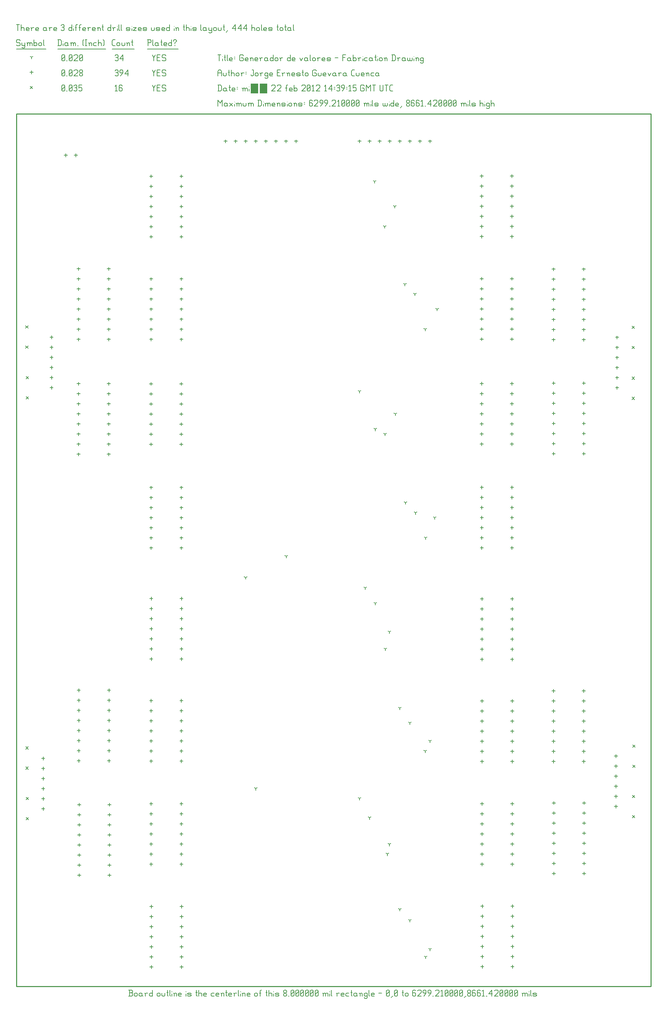
<source format=gbr>
G04 start of page 8 for group -3984 idx -3984 *
G04 Title: Generador de valores, fab *
G04 Creator: pcb 20110918 *
G04 CreationDate: mié 22 feb 2012 14:39:15 GMT UTC *
G04 For: jegc *
G04 Format: Gerber/RS-274X *
G04 PCB-Dimensions: 629921 866142 *
G04 PCB-Coordinate-Origin: lower left *
%MOIN*%
%FSLAX25Y25*%
%LNFAB*%
%ADD47C,0.0001*%
%ADD46C,0.0100*%
%ADD45C,0.0075*%
%ADD44C,0.0060*%
%ADD43C,0.0080*%
G54D43*X9690Y187751D02*X12090Y185351D01*
X9690D02*X12090Y187751D01*
X9690Y167751D02*X12090Y165351D01*
X9690D02*X12090Y167751D01*
X611989Y219704D02*X614389Y217304D01*
X611989D02*X614389Y219704D01*
X611989Y239704D02*X614389Y237304D01*
X611989D02*X614389Y239704D01*
X611651Y189744D02*X614051Y187344D01*
X611651D02*X614051Y189744D01*
X611651Y169744D02*X614051Y167344D01*
X611651D02*X614051Y169744D01*
X611327Y604988D02*X613727Y602588D01*
X611327D02*X613727Y604988D01*
X611327Y584988D02*X613727Y582588D01*
X611327D02*X613727Y584988D01*
X9328Y217996D02*X11728Y215596D01*
X9328D02*X11728Y217996D01*
X9328Y237996D02*X11728Y235596D01*
X9328D02*X11728Y237996D01*
X9627Y605531D02*X12027Y603131D01*
X9627D02*X12027Y605531D01*
X9627Y585531D02*X12027Y583131D01*
X9627D02*X12027Y585531D01*
X611359Y635586D02*X613759Y633186D01*
X611359D02*X613759Y635586D01*
X611359Y655586D02*X613759Y653186D01*
X611359D02*X613759Y655586D01*
X9194Y635681D02*X11594Y633281D01*
X9194D02*X11594Y635681D01*
X9194Y655681D02*X11594Y653281D01*
X9194D02*X11594Y655681D01*
X13800Y893592D02*X16200Y891192D01*
X13800D02*X16200Y893592D01*
G54D44*X135000Y894642D02*X136500Y891642D01*
X138000Y894642D01*
X136500Y891642D02*Y888642D01*
X139800Y891942D02*X142050D01*
X139800Y888642D02*X142800D01*
X139800Y894642D02*Y888642D01*
Y894642D02*X142800D01*
X147600D02*X148350Y893892D01*
X145350Y894642D02*X147600D01*
X144600Y893892D02*X145350Y894642D01*
X144600Y893892D02*Y892392D01*
X145350Y891642D01*
X147600D01*
X148350Y890892D01*
Y889392D01*
X147600Y888642D02*X148350Y889392D01*
X145350Y888642D02*X147600D01*
X144600Y889392D02*X145350Y888642D01*
X98000Y893442D02*X99200Y894642D01*
Y888642D01*
X98000D02*X100250D01*
X104300Y894642D02*X105050Y893892D01*
X102800Y894642D02*X104300D01*
X102050Y893892D02*X102800Y894642D01*
X102050Y893892D02*Y889392D01*
X102800Y888642D01*
X104300Y891942D02*X105050Y891192D01*
X102050Y891942D02*X104300D01*
X102800Y888642D02*X104300D01*
X105050Y889392D01*
Y891192D02*Y889392D01*
X45000D02*X45750Y888642D01*
X45000Y893892D02*Y889392D01*
Y893892D02*X45750Y894642D01*
X47250D01*
X48000Y893892D01*
Y889392D01*
X47250Y888642D02*X48000Y889392D01*
X45750Y888642D02*X47250D01*
X45000Y890142D02*X48000Y893142D01*
X49800Y888642D02*X50550D01*
X52350Y889392D02*X53100Y888642D01*
X52350Y893892D02*Y889392D01*
Y893892D02*X53100Y894642D01*
X54600D01*
X55350Y893892D01*
Y889392D01*
X54600Y888642D02*X55350Y889392D01*
X53100Y888642D02*X54600D01*
X52350Y890142D02*X55350Y893142D01*
X57150Y893892D02*X57900Y894642D01*
X59400D01*
X60150Y893892D01*
X59400Y888642D02*X60150Y889392D01*
X57900Y888642D02*X59400D01*
X57150Y889392D02*X57900Y888642D01*
Y891942D02*X59400D01*
X60150Y893892D02*Y892692D01*
Y891192D02*Y889392D01*
Y891192D02*X59400Y891942D01*
X60150Y892692D02*X59400Y891942D01*
X61950Y894642D02*X64950D01*
X61950D02*Y891642D01*
X62700Y892392D01*
X64200D01*
X64950Y891642D01*
Y889392D01*
X64200Y888642D02*X64950Y889392D01*
X62700Y888642D02*X64200D01*
X61950Y889392D02*X62700Y888642D01*
X207717Y840569D02*Y837369D01*
X206117Y838969D02*X209317D01*
X217717Y840569D02*Y837369D01*
X216117Y838969D02*X219317D01*
X227717Y840569D02*Y837369D01*
X226117Y838969D02*X229317D01*
X237717Y840569D02*Y837369D01*
X236117Y838969D02*X239317D01*
X247717Y840569D02*Y837369D01*
X246117Y838969D02*X249317D01*
X257717Y840569D02*Y837369D01*
X256117Y838969D02*X259317D01*
X267717Y840569D02*Y837369D01*
X266117Y838969D02*X269317D01*
X277717Y840569D02*Y837369D01*
X276117Y838969D02*X279317D01*
X34913Y645962D02*Y642762D01*
X33313Y644362D02*X36513D01*
X34913Y635962D02*Y632762D01*
X33313Y634362D02*X36513D01*
X34913Y625962D02*Y622762D01*
X33313Y624362D02*X36513D01*
X34913Y615962D02*Y612762D01*
X33313Y614362D02*X36513D01*
X34913Y605962D02*Y602762D01*
X33313Y604362D02*X36513D01*
X34913Y595962D02*Y592762D01*
X33313Y594362D02*X36513D01*
X133835Y703907D02*Y700707D01*
X132235Y702307D02*X135435D01*
X133835Y693907D02*Y690707D01*
X132235Y692307D02*X135435D01*
X133835Y683907D02*Y680707D01*
X132235Y682307D02*X135435D01*
X133835Y673907D02*Y670707D01*
X132235Y672307D02*X135435D01*
X133835Y663907D02*Y660707D01*
X132235Y662307D02*X135435D01*
X133835Y653907D02*Y650707D01*
X132235Y652307D02*X135435D01*
X133835Y643907D02*Y640707D01*
X132235Y642307D02*X135435D01*
X163835Y643907D02*Y640707D01*
X162235Y642307D02*X165435D01*
X163835Y653907D02*Y650707D01*
X162235Y652307D02*X165435D01*
X163835Y663907D02*Y660707D01*
X162235Y662307D02*X165435D01*
X163835Y673907D02*Y670707D01*
X162235Y672307D02*X165435D01*
X163835Y683907D02*Y680707D01*
X162235Y682307D02*X165435D01*
X163835Y693907D02*Y690707D01*
X162235Y692307D02*X165435D01*
X163835Y703907D02*Y700707D01*
X162235Y702307D02*X165435D01*
X133858Y496939D02*Y493739D01*
X132258Y495339D02*X135458D01*
X133858Y486939D02*Y483739D01*
X132258Y485339D02*X135458D01*
X133858Y476939D02*Y473739D01*
X132258Y475339D02*X135458D01*
X133858Y466939D02*Y463739D01*
X132258Y465339D02*X135458D01*
X133858Y456939D02*Y453739D01*
X132258Y455339D02*X135458D01*
X133858Y446939D02*Y443739D01*
X132258Y445339D02*X135458D01*
X133858Y436939D02*Y433739D01*
X132258Y435339D02*X135458D01*
X163858Y436939D02*Y433739D01*
X162258Y435339D02*X165458D01*
X163858Y446939D02*Y443739D01*
X162258Y445339D02*X165458D01*
X163858Y456939D02*Y453739D01*
X162258Y455339D02*X165458D01*
X163858Y466939D02*Y463739D01*
X162258Y465339D02*X165458D01*
X163858Y476939D02*Y473739D01*
X162258Y475339D02*X165458D01*
X163858Y486939D02*Y483739D01*
X162258Y485339D02*X165458D01*
X163858Y496939D02*Y493739D01*
X162258Y495339D02*X165458D01*
X61772Y713876D02*Y710676D01*
X60172Y712276D02*X63372D01*
X61772Y703876D02*Y700676D01*
X60172Y702276D02*X63372D01*
X61772Y693876D02*Y690676D01*
X60172Y692276D02*X63372D01*
X61772Y683876D02*Y680676D01*
X60172Y682276D02*X63372D01*
X61772Y673876D02*Y670676D01*
X60172Y672276D02*X63372D01*
X61772Y663876D02*Y660676D01*
X60172Y662276D02*X63372D01*
X61772Y653876D02*Y650676D01*
X60172Y652276D02*X63372D01*
X61772Y643876D02*Y640676D01*
X60172Y642276D02*X63372D01*
X91772Y643876D02*Y640676D01*
X90172Y642276D02*X93372D01*
X91772Y653876D02*Y650676D01*
X90172Y652276D02*X93372D01*
X91772Y663876D02*Y660676D01*
X90172Y662276D02*X93372D01*
X91772Y673876D02*Y670676D01*
X90172Y672276D02*X93372D01*
X91772Y683876D02*Y680676D01*
X90172Y682276D02*X93372D01*
X91772Y693876D02*Y690676D01*
X90172Y692276D02*X93372D01*
X91772Y703876D02*Y700676D01*
X90172Y702276D02*X93372D01*
X91772Y713876D02*Y710676D01*
X90172Y712276D02*X93372D01*
X61772Y599876D02*Y596676D01*
X60172Y598276D02*X63372D01*
X61772Y589876D02*Y586676D01*
X60172Y588276D02*X63372D01*
X61772Y579876D02*Y576676D01*
X60172Y578276D02*X63372D01*
X61772Y569876D02*Y566676D01*
X60172Y568276D02*X63372D01*
X61772Y559876D02*Y556676D01*
X60172Y558276D02*X63372D01*
X61772Y549876D02*Y546676D01*
X60172Y548276D02*X63372D01*
X61772Y539876D02*Y536676D01*
X60172Y538276D02*X63372D01*
X61772Y529876D02*Y526676D01*
X60172Y528276D02*X63372D01*
X91772Y529876D02*Y526676D01*
X90172Y528276D02*X93372D01*
X91772Y539876D02*Y536676D01*
X90172Y538276D02*X93372D01*
X91772Y549876D02*Y546676D01*
X90172Y548276D02*X93372D01*
X91772Y559876D02*Y556676D01*
X90172Y558276D02*X93372D01*
X91772Y569876D02*Y566676D01*
X90172Y568276D02*X93372D01*
X91772Y579876D02*Y576676D01*
X90172Y578276D02*X93372D01*
X91772Y589876D02*Y586676D01*
X90172Y588276D02*X93372D01*
X91772Y599876D02*Y596676D01*
X90172Y598276D02*X93372D01*
X595472Y230419D02*Y227219D01*
X593872Y228819D02*X597072D01*
X595472Y220419D02*Y217219D01*
X593872Y218819D02*X597072D01*
X595472Y210419D02*Y207219D01*
X593872Y208819D02*X597072D01*
X595472Y200419D02*Y197219D01*
X593872Y198819D02*X597072D01*
X595472Y190419D02*Y187219D01*
X593872Y188819D02*X597072D01*
X595472Y180419D02*Y177219D01*
X593872Y178819D02*X597072D01*
X462173Y497033D02*Y493833D01*
X460573Y495433D02*X463773D01*
X462173Y487033D02*Y483833D01*
X460573Y485433D02*X463773D01*
X462173Y477033D02*Y473833D01*
X460573Y475433D02*X463773D01*
X462173Y467033D02*Y463833D01*
X460573Y465433D02*X463773D01*
X462173Y457033D02*Y453833D01*
X460573Y455433D02*X463773D01*
X462173Y447033D02*Y443833D01*
X460573Y445433D02*X463773D01*
X462173Y437033D02*Y433833D01*
X460573Y435433D02*X463773D01*
X492173Y437033D02*Y433833D01*
X490573Y435433D02*X493773D01*
X492173Y447033D02*Y443833D01*
X490573Y445433D02*X493773D01*
X492173Y457033D02*Y453833D01*
X490573Y455433D02*X493773D01*
X492173Y467033D02*Y463833D01*
X490573Y465433D02*X493773D01*
X492173Y477033D02*Y473833D01*
X490573Y475433D02*X493773D01*
X492173Y487033D02*Y483833D01*
X490573Y485433D02*X493773D01*
X492173Y497033D02*Y493833D01*
X490573Y495433D02*X493773D01*
X462126Y600081D02*Y596881D01*
X460526Y598481D02*X463726D01*
X462126Y590081D02*Y586881D01*
X460526Y588481D02*X463726D01*
X462126Y580081D02*Y576881D01*
X460526Y578481D02*X463726D01*
X462126Y570081D02*Y566881D01*
X460526Y568481D02*X463726D01*
X462126Y560081D02*Y556881D01*
X460526Y558481D02*X463726D01*
X462126Y550081D02*Y546881D01*
X460526Y548481D02*X463726D01*
X462126Y540081D02*Y536881D01*
X460526Y538481D02*X463726D01*
X492126Y540081D02*Y536881D01*
X490526Y538481D02*X493726D01*
X492126Y550081D02*Y546881D01*
X490526Y548481D02*X493726D01*
X492126Y560081D02*Y556881D01*
X490526Y558481D02*X493726D01*
X492126Y570081D02*Y566881D01*
X490526Y568481D02*X493726D01*
X492126Y580081D02*Y576881D01*
X490526Y578481D02*X493726D01*
X492126Y590081D02*Y586881D01*
X490526Y588481D02*X493726D01*
X492126Y600081D02*Y596881D01*
X490526Y598481D02*X493726D01*
X462079Y704175D02*Y700975D01*
X460479Y702575D02*X463679D01*
X462079Y694175D02*Y690975D01*
X460479Y692575D02*X463679D01*
X462079Y684175D02*Y680975D01*
X460479Y682575D02*X463679D01*
X462079Y674175D02*Y670975D01*
X460479Y672575D02*X463679D01*
X462079Y664175D02*Y660975D01*
X460479Y662575D02*X463679D01*
X462079Y654175D02*Y650975D01*
X460479Y652575D02*X463679D01*
X462079Y644175D02*Y640975D01*
X460479Y642575D02*X463679D01*
X492079Y644175D02*Y640975D01*
X490479Y642575D02*X493679D01*
X492079Y654175D02*Y650975D01*
X490479Y652575D02*X493679D01*
X492079Y664175D02*Y660975D01*
X490479Y662575D02*X493679D01*
X492079Y674175D02*Y670975D01*
X490479Y672575D02*X493679D01*
X492079Y684175D02*Y680975D01*
X490479Y682575D02*X493679D01*
X492079Y694175D02*Y690975D01*
X490479Y692575D02*X493679D01*
X492079Y704175D02*Y700975D01*
X490479Y702575D02*X493679D01*
X462063Y806065D02*Y802865D01*
X460463Y804465D02*X463663D01*
X462063Y796065D02*Y792865D01*
X460463Y794465D02*X463663D01*
X462063Y786065D02*Y782865D01*
X460463Y784465D02*X463663D01*
X462063Y776065D02*Y772865D01*
X460463Y774465D02*X463663D01*
X462063Y766065D02*Y762865D01*
X460463Y764465D02*X463663D01*
X462063Y756065D02*Y752865D01*
X460463Y754465D02*X463663D01*
X462063Y746065D02*Y742865D01*
X460463Y744465D02*X463663D01*
X492063Y746065D02*Y742865D01*
X490463Y744465D02*X493663D01*
X492063Y756065D02*Y752865D01*
X490463Y754465D02*X493663D01*
X492063Y766065D02*Y762865D01*
X490463Y764465D02*X493663D01*
X492063Y776065D02*Y772865D01*
X490463Y774465D02*X493663D01*
X492063Y786065D02*Y782865D01*
X490463Y784465D02*X493663D01*
X492063Y796065D02*Y792865D01*
X490463Y794465D02*X493663D01*
X492063Y806065D02*Y802865D01*
X490463Y804465D02*X493663D01*
X533535Y600537D02*Y597337D01*
X531935Y598937D02*X535135D01*
X533535Y590537D02*Y587337D01*
X531935Y588937D02*X535135D01*
X533535Y580537D02*Y577337D01*
X531935Y578937D02*X535135D01*
X533535Y570537D02*Y567337D01*
X531935Y568937D02*X535135D01*
X533535Y560537D02*Y557337D01*
X531935Y558937D02*X535135D01*
X533535Y550537D02*Y547337D01*
X531935Y548937D02*X535135D01*
X533535Y540537D02*Y537337D01*
X531935Y538937D02*X535135D01*
X533535Y530537D02*Y527337D01*
X531935Y528937D02*X535135D01*
X563535Y530537D02*Y527337D01*
X561935Y528937D02*X565135D01*
X563535Y540537D02*Y537337D01*
X561935Y538937D02*X565135D01*
X563535Y550537D02*Y547337D01*
X561935Y548937D02*X565135D01*
X563535Y560537D02*Y557337D01*
X561935Y558937D02*X565135D01*
X563535Y570537D02*Y567337D01*
X561935Y568937D02*X565135D01*
X563535Y580537D02*Y577337D01*
X561935Y578937D02*X565135D01*
X563535Y590537D02*Y587337D01*
X561935Y588937D02*X565135D01*
X563535Y600537D02*Y597337D01*
X561935Y598937D02*X565135D01*
X533315Y713545D02*Y710345D01*
X531715Y711945D02*X534915D01*
X533315Y703545D02*Y700345D01*
X531715Y701945D02*X534915D01*
X533315Y693545D02*Y690345D01*
X531715Y691945D02*X534915D01*
X533315Y683545D02*Y680345D01*
X531715Y681945D02*X534915D01*
X533315Y673545D02*Y670345D01*
X531715Y671945D02*X534915D01*
X533315Y663545D02*Y660345D01*
X531715Y661945D02*X534915D01*
X533315Y653545D02*Y650345D01*
X531715Y651945D02*X534915D01*
X533315Y643545D02*Y640345D01*
X531715Y641945D02*X534915D01*
X563315Y643545D02*Y640345D01*
X561715Y641945D02*X564915D01*
X563315Y653545D02*Y650345D01*
X561715Y651945D02*X564915D01*
X563315Y663545D02*Y660345D01*
X561715Y661945D02*X564915D01*
X563315Y673545D02*Y670345D01*
X561715Y671945D02*X564915D01*
X563315Y683545D02*Y680345D01*
X561715Y681945D02*X564915D01*
X563315Y693545D02*Y690345D01*
X561715Y691945D02*X564915D01*
X563315Y703545D02*Y700345D01*
X561715Y701945D02*X564915D01*
X563315Y713545D02*Y710345D01*
X561715Y711945D02*X564915D01*
X533630Y183813D02*Y180613D01*
X532030Y182213D02*X535230D01*
X533630Y173813D02*Y170613D01*
X532030Y172213D02*X535230D01*
X533630Y163813D02*Y160613D01*
X532030Y162213D02*X535230D01*
X533630Y153813D02*Y150613D01*
X532030Y152213D02*X535230D01*
X533630Y143813D02*Y140613D01*
X532030Y142213D02*X535230D01*
X533630Y133813D02*Y130613D01*
X532030Y132213D02*X535230D01*
X533630Y123813D02*Y120613D01*
X532030Y122213D02*X535230D01*
X533630Y113813D02*Y110613D01*
X532030Y112213D02*X535230D01*
X563630Y113813D02*Y110613D01*
X562030Y112213D02*X565230D01*
X563630Y123813D02*Y120613D01*
X562030Y122213D02*X565230D01*
X563630Y133813D02*Y130613D01*
X562030Y132213D02*X565230D01*
X563630Y143813D02*Y140613D01*
X562030Y142213D02*X565230D01*
X563630Y153813D02*Y150613D01*
X562030Y152213D02*X565230D01*
X563630Y163813D02*Y160613D01*
X562030Y162213D02*X565230D01*
X563630Y173813D02*Y170613D01*
X562030Y172213D02*X565230D01*
X563630Y183813D02*Y180613D01*
X562030Y182213D02*X565230D01*
X533441Y295002D02*Y291802D01*
X531841Y293402D02*X535041D01*
X533441Y285002D02*Y281802D01*
X531841Y283402D02*X535041D01*
X533441Y275002D02*Y271802D01*
X531841Y273402D02*X535041D01*
X533441Y265002D02*Y261802D01*
X531841Y263402D02*X535041D01*
X533441Y255002D02*Y251802D01*
X531841Y253402D02*X535041D01*
X533441Y245002D02*Y241802D01*
X531841Y243402D02*X535041D01*
X533441Y235002D02*Y231802D01*
X531841Y233402D02*X535041D01*
X533441Y225002D02*Y221802D01*
X531841Y223402D02*X535041D01*
X563441Y225002D02*Y221802D01*
X561841Y223402D02*X565041D01*
X563441Y235002D02*Y231802D01*
X561841Y233402D02*X565041D01*
X563441Y245002D02*Y241802D01*
X561841Y243402D02*X565041D01*
X563441Y255002D02*Y251802D01*
X561841Y253402D02*X565041D01*
X563441Y265002D02*Y261802D01*
X561841Y263402D02*X565041D01*
X563441Y275002D02*Y271802D01*
X561841Y273402D02*X565041D01*
X563441Y285002D02*Y281802D01*
X561841Y283402D02*X565041D01*
X563441Y295002D02*Y291802D01*
X561841Y293402D02*X565041D01*
X462598Y81301D02*Y78101D01*
X460998Y79701D02*X464198D01*
X462598Y71301D02*Y68101D01*
X460998Y69701D02*X464198D01*
X462598Y61301D02*Y58101D01*
X460998Y59701D02*X464198D01*
X462598Y51301D02*Y48101D01*
X460998Y49701D02*X464198D01*
X462598Y41301D02*Y38101D01*
X460998Y39701D02*X464198D01*
X462598Y31301D02*Y28101D01*
X460998Y29701D02*X464198D01*
X462598Y21301D02*Y18101D01*
X460998Y19701D02*X464198D01*
X492598Y21301D02*Y18101D01*
X490998Y19701D02*X494198D01*
X492598Y31301D02*Y28101D01*
X490998Y29701D02*X494198D01*
X492598Y41301D02*Y38101D01*
X490998Y39701D02*X494198D01*
X492598Y51301D02*Y48101D01*
X490998Y49701D02*X494198D01*
X492598Y61301D02*Y58101D01*
X490998Y59701D02*X494198D01*
X492598Y71301D02*Y68101D01*
X490998Y69701D02*X494198D01*
X492598Y81301D02*Y78101D01*
X490998Y79701D02*X494198D01*
X462362Y183128D02*Y179928D01*
X460762Y181528D02*X463962D01*
X462362Y173128D02*Y169928D01*
X460762Y171528D02*X463962D01*
X462362Y163128D02*Y159928D01*
X460762Y161528D02*X463962D01*
X462362Y153128D02*Y149928D01*
X460762Y151528D02*X463962D01*
X462362Y143128D02*Y139928D01*
X460762Y141528D02*X463962D01*
X462362Y133128D02*Y129928D01*
X460762Y131528D02*X463962D01*
X462362Y123128D02*Y119928D01*
X460762Y121528D02*X463962D01*
X492362Y123128D02*Y119928D01*
X490762Y121528D02*X493962D01*
X492362Y133128D02*Y129928D01*
X490762Y131528D02*X493962D01*
X492362Y143128D02*Y139928D01*
X490762Y141528D02*X493962D01*
X492362Y153128D02*Y149928D01*
X490762Y151528D02*X493962D01*
X492362Y163128D02*Y159928D01*
X490762Y161528D02*X493962D01*
X492362Y173128D02*Y169928D01*
X490762Y171528D02*X493962D01*
X492362Y183128D02*Y179928D01*
X490762Y181528D02*X493962D01*
X462299Y284955D02*Y281755D01*
X460699Y283355D02*X463899D01*
X462299Y274955D02*Y271755D01*
X460699Y273355D02*X463899D01*
X462299Y264955D02*Y261755D01*
X460699Y263355D02*X463899D01*
X462299Y254955D02*Y251755D01*
X460699Y253355D02*X463899D01*
X462299Y244955D02*Y241755D01*
X460699Y243355D02*X463899D01*
X462299Y234955D02*Y231755D01*
X460699Y233355D02*X463899D01*
X462299Y224955D02*Y221755D01*
X460699Y223355D02*X463899D01*
X492299Y224955D02*Y221755D01*
X490699Y223355D02*X493899D01*
X492299Y234955D02*Y231755D01*
X490699Y233355D02*X493899D01*
X492299Y244955D02*Y241755D01*
X490699Y243355D02*X493899D01*
X492299Y254955D02*Y251755D01*
X490699Y253355D02*X493899D01*
X492299Y264955D02*Y261755D01*
X490699Y263355D02*X493899D01*
X492299Y274955D02*Y271755D01*
X490699Y273355D02*X493899D01*
X492299Y284955D02*Y281755D01*
X490699Y283355D02*X493899D01*
X134031Y80962D02*Y77762D01*
X132431Y79362D02*X135631D01*
X134031Y70962D02*Y67762D01*
X132431Y69362D02*X135631D01*
X134031Y60962D02*Y57762D01*
X132431Y59362D02*X135631D01*
X134031Y50962D02*Y47762D01*
X132431Y49362D02*X135631D01*
X134031Y40962D02*Y37762D01*
X132431Y39362D02*X135631D01*
X134031Y30962D02*Y27762D01*
X132431Y29362D02*X135631D01*
X134031Y20962D02*Y17762D01*
X132431Y19362D02*X135631D01*
X164031Y20962D02*Y17762D01*
X162431Y19362D02*X165631D01*
X164031Y30962D02*Y27762D01*
X162431Y29362D02*X165631D01*
X164031Y40962D02*Y37762D01*
X162431Y39362D02*X165631D01*
X164031Y50962D02*Y47762D01*
X162431Y49362D02*X165631D01*
X164031Y60962D02*Y57762D01*
X162431Y59362D02*X165631D01*
X164031Y70962D02*Y67762D01*
X162431Y69362D02*X165631D01*
X164031Y80962D02*Y77762D01*
X162431Y79362D02*X165631D01*
X133858Y183120D02*Y179920D01*
X132258Y181520D02*X135458D01*
X133858Y173120D02*Y169920D01*
X132258Y171520D02*X135458D01*
X133858Y163120D02*Y159920D01*
X132258Y161520D02*X135458D01*
X133858Y153120D02*Y149920D01*
X132258Y151520D02*X135458D01*
X133858Y143120D02*Y139920D01*
X132258Y141520D02*X135458D01*
X133858Y133120D02*Y129920D01*
X132258Y131520D02*X135458D01*
X133858Y123120D02*Y119920D01*
X132258Y121520D02*X135458D01*
X163858Y123120D02*Y119920D01*
X162258Y121520D02*X165458D01*
X163858Y133120D02*Y129920D01*
X162258Y131520D02*X165458D01*
X163858Y143120D02*Y139920D01*
X162258Y141520D02*X165458D01*
X163858Y153120D02*Y149920D01*
X162258Y151520D02*X165458D01*
X163858Y163120D02*Y159920D01*
X162258Y161520D02*X165458D01*
X163858Y173120D02*Y169920D01*
X162258Y171520D02*X165458D01*
X163858Y183120D02*Y179920D01*
X162258Y181520D02*X165458D01*
X133953Y386679D02*Y383479D01*
X132353Y385079D02*X135553D01*
X133953Y376679D02*Y373479D01*
X132353Y375079D02*X135553D01*
X133953Y366679D02*Y363479D01*
X132353Y365079D02*X135553D01*
X133953Y356679D02*Y353479D01*
X132353Y355079D02*X135553D01*
X133953Y346679D02*Y343479D01*
X132353Y345079D02*X135553D01*
X133953Y336679D02*Y333479D01*
X132353Y335079D02*X135553D01*
X133953Y326679D02*Y323479D01*
X132353Y325079D02*X135553D01*
X163953Y326679D02*Y323479D01*
X162353Y325079D02*X165553D01*
X163953Y336679D02*Y333479D01*
X162353Y335079D02*X165553D01*
X163953Y346679D02*Y343479D01*
X162353Y345079D02*X165553D01*
X163953Y356679D02*Y353479D01*
X162353Y355079D02*X165553D01*
X163953Y366679D02*Y363479D01*
X162353Y365079D02*X165553D01*
X163953Y376679D02*Y373479D01*
X162353Y375079D02*X165553D01*
X163953Y386679D02*Y383479D01*
X162353Y385079D02*X165553D01*
X62417Y182167D02*Y178967D01*
X60817Y180567D02*X64017D01*
X62417Y172167D02*Y168967D01*
X60817Y170567D02*X64017D01*
X62417Y162167D02*Y158967D01*
X60817Y160567D02*X64017D01*
X62417Y152167D02*Y148967D01*
X60817Y150567D02*X64017D01*
X62417Y142167D02*Y138967D01*
X60817Y140567D02*X64017D01*
X62417Y132167D02*Y128967D01*
X60817Y130567D02*X64017D01*
X62417Y122167D02*Y118967D01*
X60817Y120567D02*X64017D01*
X62417Y112167D02*Y108967D01*
X60817Y110567D02*X64017D01*
X92417Y112167D02*Y108967D01*
X90817Y110567D02*X94017D01*
X92417Y122167D02*Y118967D01*
X90817Y120567D02*X94017D01*
X92417Y132167D02*Y128967D01*
X90817Y130567D02*X94017D01*
X92417Y142167D02*Y138967D01*
X90817Y140567D02*X94017D01*
X92417Y152167D02*Y148967D01*
X90817Y150567D02*X94017D01*
X92417Y162167D02*Y158967D01*
X90817Y160567D02*X94017D01*
X92417Y172167D02*Y168967D01*
X90817Y170567D02*X94017D01*
X92417Y182167D02*Y178967D01*
X90817Y180567D02*X94017D01*
X61913Y295608D02*Y292408D01*
X60313Y294008D02*X63513D01*
X61913Y285608D02*Y282408D01*
X60313Y284008D02*X63513D01*
X61913Y275608D02*Y272408D01*
X60313Y274008D02*X63513D01*
X61913Y265608D02*Y262408D01*
X60313Y264008D02*X63513D01*
X61913Y255608D02*Y252408D01*
X60313Y254008D02*X63513D01*
X61913Y245608D02*Y242408D01*
X60313Y244008D02*X63513D01*
X61913Y235608D02*Y232408D01*
X60313Y234008D02*X63513D01*
X61913Y225608D02*Y222408D01*
X60313Y224008D02*X63513D01*
X91913Y225608D02*Y222408D01*
X90313Y224008D02*X93513D01*
X91913Y235608D02*Y232408D01*
X90313Y234008D02*X93513D01*
X91913Y245608D02*Y242408D01*
X90313Y244008D02*X93513D01*
X91913Y255608D02*Y252408D01*
X90313Y254008D02*X93513D01*
X91913Y265608D02*Y262408D01*
X90313Y264008D02*X93513D01*
X91913Y275608D02*Y272408D01*
X90313Y274008D02*X93513D01*
X91913Y285608D02*Y282408D01*
X90313Y284008D02*X93513D01*
X91913Y295608D02*Y292408D01*
X90313Y294008D02*X93513D01*
X462236Y386317D02*Y383117D01*
X460636Y384717D02*X463836D01*
X462236Y376317D02*Y373117D01*
X460636Y374717D02*X463836D01*
X462236Y366317D02*Y363117D01*
X460636Y364717D02*X463836D01*
X462236Y356317D02*Y353117D01*
X460636Y354717D02*X463836D01*
X462236Y346317D02*Y343117D01*
X460636Y344717D02*X463836D01*
X462236Y336317D02*Y333117D01*
X460636Y334717D02*X463836D01*
X462236Y326317D02*Y323117D01*
X460636Y324717D02*X463836D01*
X492236Y326317D02*Y323117D01*
X490636Y324717D02*X493836D01*
X492236Y336317D02*Y333117D01*
X490636Y334717D02*X493836D01*
X492236Y346317D02*Y343117D01*
X490636Y344717D02*X493836D01*
X492236Y356317D02*Y353117D01*
X490636Y354717D02*X493836D01*
X492236Y366317D02*Y363117D01*
X490636Y364717D02*X493836D01*
X492236Y376317D02*Y373117D01*
X490636Y374717D02*X493836D01*
X492236Y386317D02*Y383117D01*
X490636Y384717D02*X493836D01*
X596528Y645907D02*Y642707D01*
X594928Y644307D02*X598128D01*
X596528Y635907D02*Y632707D01*
X594928Y634307D02*X598128D01*
X596528Y625907D02*Y622707D01*
X594928Y624307D02*X598128D01*
X596528Y615907D02*Y612707D01*
X594928Y614307D02*X598128D01*
X596528Y605907D02*Y602707D01*
X594928Y604307D02*X598128D01*
X596528Y595907D02*Y592707D01*
X594928Y594307D02*X598128D01*
X59000Y826742D02*Y823542D01*
X57400Y825142D02*X60600D01*
X49000Y826742D02*Y823542D01*
X47400Y825142D02*X50600D01*
X340764Y840585D02*Y837385D01*
X339164Y838985D02*X342364D01*
X350764Y840585D02*Y837385D01*
X349164Y838985D02*X352364D01*
X360764Y840585D02*Y837385D01*
X359164Y838985D02*X362364D01*
X370764Y840585D02*Y837385D01*
X369164Y838985D02*X372364D01*
X380764Y840585D02*Y837385D01*
X379164Y838985D02*X382364D01*
X390764Y840585D02*Y837385D01*
X389164Y838985D02*X392364D01*
X400764Y840585D02*Y837385D01*
X399164Y838985D02*X402364D01*
X410764Y840585D02*Y837385D01*
X409164Y838985D02*X412364D01*
X133858Y805860D02*Y802660D01*
X132258Y804260D02*X135458D01*
X133858Y795860D02*Y792660D01*
X132258Y794260D02*X135458D01*
X133858Y785860D02*Y782660D01*
X132258Y784260D02*X135458D01*
X133858Y775860D02*Y772660D01*
X132258Y774260D02*X135458D01*
X133858Y765860D02*Y762660D01*
X132258Y764260D02*X135458D01*
X133858Y755860D02*Y752660D01*
X132258Y754260D02*X135458D01*
X133858Y745860D02*Y742660D01*
X132258Y744260D02*X135458D01*
X163858Y745860D02*Y742660D01*
X162258Y744260D02*X165458D01*
X163858Y755860D02*Y752660D01*
X162258Y754260D02*X165458D01*
X163858Y765860D02*Y762660D01*
X162258Y764260D02*X165458D01*
X163858Y775860D02*Y772660D01*
X162258Y774260D02*X165458D01*
X163858Y785860D02*Y782660D01*
X162258Y784260D02*X165458D01*
X163858Y795860D02*Y792660D01*
X162258Y794260D02*X165458D01*
X163858Y805860D02*Y802660D01*
X162258Y804260D02*X165458D01*
X133858Y285380D02*Y282180D01*
X132258Y283780D02*X135458D01*
X133858Y275380D02*Y272180D01*
X132258Y273780D02*X135458D01*
X133858Y265380D02*Y262180D01*
X132258Y263780D02*X135458D01*
X133858Y255380D02*Y252180D01*
X132258Y253780D02*X135458D01*
X133858Y245380D02*Y242180D01*
X132258Y243780D02*X135458D01*
X133858Y235380D02*Y232180D01*
X132258Y233780D02*X135458D01*
X133858Y225380D02*Y222180D01*
X132258Y223780D02*X135458D01*
X163858Y225380D02*Y222180D01*
X162258Y223780D02*X165458D01*
X163858Y235380D02*Y232180D01*
X162258Y233780D02*X165458D01*
X163858Y245380D02*Y242180D01*
X162258Y243780D02*X165458D01*
X163858Y255380D02*Y252180D01*
X162258Y253780D02*X165458D01*
X163858Y265380D02*Y262180D01*
X162258Y263780D02*X165458D01*
X163858Y275380D02*Y272180D01*
X162258Y273780D02*X165458D01*
X163858Y285380D02*Y282180D01*
X162258Y283780D02*X165458D01*
X26579Y228120D02*Y224920D01*
X24979Y226520D02*X28179D01*
X26579Y218120D02*Y214920D01*
X24979Y216520D02*X28179D01*
X26579Y208120D02*Y204920D01*
X24979Y206520D02*X28179D01*
X26579Y198120D02*Y194920D01*
X24979Y196520D02*X28179D01*
X26579Y188120D02*Y184920D01*
X24979Y186520D02*X28179D01*
X26579Y178120D02*Y174920D01*
X24979Y176520D02*X28179D01*
X133819Y599860D02*Y596660D01*
X132219Y598260D02*X135419D01*
X133819Y589860D02*Y586660D01*
X132219Y588260D02*X135419D01*
X133819Y579860D02*Y576660D01*
X132219Y578260D02*X135419D01*
X133819Y569860D02*Y566660D01*
X132219Y568260D02*X135419D01*
X133819Y559860D02*Y556660D01*
X132219Y558260D02*X135419D01*
X133819Y549860D02*Y546660D01*
X132219Y548260D02*X135419D01*
X133819Y539860D02*Y536660D01*
X132219Y538260D02*X135419D01*
X163819Y539860D02*Y536660D01*
X162219Y538260D02*X165419D01*
X163819Y549860D02*Y546660D01*
X162219Y548260D02*X165419D01*
X163819Y559860D02*Y556660D01*
X162219Y558260D02*X165419D01*
X163819Y569860D02*Y566660D01*
X162219Y568260D02*X165419D01*
X163819Y579860D02*Y576660D01*
X162219Y578260D02*X165419D01*
X163819Y589860D02*Y586660D01*
X162219Y588260D02*X165419D01*
X163819Y599860D02*Y596660D01*
X162219Y598260D02*X165419D01*
X15000Y908992D02*Y905792D01*
X13400Y907392D02*X16600D01*
X135000Y909642D02*X136500Y906642D01*
X138000Y909642D01*
X136500Y906642D02*Y903642D01*
X139800Y906942D02*X142050D01*
X139800Y903642D02*X142800D01*
X139800Y909642D02*Y903642D01*
Y909642D02*X142800D01*
X147600D02*X148350Y908892D01*
X145350Y909642D02*X147600D01*
X144600Y908892D02*X145350Y909642D01*
X144600Y908892D02*Y907392D01*
X145350Y906642D01*
X147600D01*
X148350Y905892D01*
Y904392D01*
X147600Y903642D02*X148350Y904392D01*
X145350Y903642D02*X147600D01*
X144600Y904392D02*X145350Y903642D01*
X98000Y908892D02*X98750Y909642D01*
X100250D01*
X101000Y908892D01*
X100250Y903642D02*X101000Y904392D01*
X98750Y903642D02*X100250D01*
X98000Y904392D02*X98750Y903642D01*
Y906942D02*X100250D01*
X101000Y908892D02*Y907692D01*
Y906192D02*Y904392D01*
Y906192D02*X100250Y906942D01*
X101000Y907692D02*X100250Y906942D01*
X103550Y903642D02*X105800Y906642D01*
Y908892D02*Y906642D01*
X105050Y909642D02*X105800Y908892D01*
X103550Y909642D02*X105050D01*
X102800Y908892D02*X103550Y909642D01*
X102800Y908892D02*Y907392D01*
X103550Y906642D01*
X105800D01*
X107600Y905892D02*X110600Y909642D01*
X107600Y905892D02*X111350D01*
X110600Y909642D02*Y903642D01*
X45000Y904392D02*X45750Y903642D01*
X45000Y908892D02*Y904392D01*
Y908892D02*X45750Y909642D01*
X47250D01*
X48000Y908892D01*
Y904392D01*
X47250Y903642D02*X48000Y904392D01*
X45750Y903642D02*X47250D01*
X45000Y905142D02*X48000Y908142D01*
X49800Y903642D02*X50550D01*
X52350Y904392D02*X53100Y903642D01*
X52350Y908892D02*Y904392D01*
Y908892D02*X53100Y909642D01*
X54600D01*
X55350Y908892D01*
Y904392D01*
X54600Y903642D02*X55350Y904392D01*
X53100Y903642D02*X54600D01*
X52350Y905142D02*X55350Y908142D01*
X57150Y908892D02*X57900Y909642D01*
X60150D01*
X60900Y908892D01*
Y907392D01*
X57150Y903642D02*X60900Y907392D01*
X57150Y903642D02*X60900D01*
X62700Y904392D02*X63450Y903642D01*
X62700Y905592D02*Y904392D01*
Y905592D02*X63750Y906642D01*
X64650D01*
X65700Y905592D01*
Y904392D01*
X64950Y903642D02*X65700Y904392D01*
X63450Y903642D02*X64950D01*
X62700Y907692D02*X63750Y906642D01*
X62700Y908892D02*Y907692D01*
Y908892D02*X63450Y909642D01*
X64950D01*
X65700Y908892D01*
Y907692D01*
X64650Y906642D02*X65700Y907692D01*
X340742Y590782D02*Y589182D01*
Y590782D02*X342129Y591582D01*
X340742Y590782D02*X339355Y591582D01*
X356299Y553150D02*Y551550D01*
Y553150D02*X357686Y553950D01*
X356299Y553150D02*X354912Y553950D01*
X366142Y548229D02*Y546629D01*
Y548229D02*X367529Y549029D01*
X366142Y548229D02*X364755Y549029D01*
X376264Y568327D02*Y566727D01*
Y568327D02*X377651Y569127D01*
X376264Y568327D02*X374877Y569127D01*
X386432Y480220D02*Y478620D01*
Y480220D02*X387819Y481020D01*
X386432Y480220D02*X385045Y481020D01*
X396473Y470196D02*Y468596D01*
Y470196D02*X397860Y470996D01*
X396473Y470196D02*X395086Y470996D01*
X406310Y445335D02*Y443735D01*
Y445335D02*X407697Y446135D01*
X406310Y445335D02*X404923Y446135D01*
X415348Y465337D02*Y463737D01*
Y465337D02*X416735Y466137D01*
X415348Y465337D02*X413961Y466137D01*
X227559Y405906D02*Y404306D01*
Y405906D02*X228946Y406706D01*
X227559Y405906D02*X226172Y406706D01*
X346457Y395670D02*Y394070D01*
Y395670D02*X347844Y396470D01*
X346457Y395670D02*X345070Y396470D01*
X356299Y380315D02*Y378715D01*
Y380315D02*X357686Y381115D01*
X356299Y380315D02*X354912Y381115D01*
X366339Y335040D02*Y333440D01*
Y335040D02*X367726Y335840D01*
X366339Y335040D02*X364952Y335840D01*
X370472Y351969D02*Y350369D01*
Y351969D02*X371859Y352769D01*
X370472Y351969D02*X369085Y352769D01*
X380709Y276378D02*Y274778D01*
Y276378D02*X382096Y277178D01*
X380709Y276378D02*X379322Y277178D01*
X390748Y261614D02*Y260014D01*
Y261614D02*X392135Y262414D01*
X390748Y261614D02*X389361Y262414D01*
X237721Y196483D02*Y194883D01*
Y196483D02*X239108Y197283D01*
X237721Y196483D02*X236334Y197283D01*
X340748Y186614D02*Y185014D01*
Y186614D02*X342135Y187414D01*
X340748Y186614D02*X339361Y187414D01*
X350787Y167520D02*Y165920D01*
Y167520D02*X352174Y168320D01*
X350787Y167520D02*X349400Y168320D01*
X380683Y76549D02*Y74949D01*
Y76549D02*X382070Y77349D01*
X380683Y76549D02*X379296Y77349D01*
X390748Y65707D02*Y64107D01*
Y65707D02*X392135Y66507D01*
X390748Y65707D02*X389361Y66507D01*
X410827Y37008D02*Y35408D01*
Y37008D02*X412214Y37808D01*
X410827Y37008D02*X409440Y37808D01*
X406496Y29331D02*Y27731D01*
Y29331D02*X407883Y30131D01*
X406496Y29331D02*X405109Y30131D01*
X368307Y131496D02*Y129896D01*
Y131496D02*X369694Y132296D01*
X368307Y131496D02*X366920Y132296D01*
X370472Y141142D02*Y139542D01*
Y141142D02*X371859Y141942D01*
X370472Y141142D02*X369085Y141942D01*
X410827Y243701D02*Y242101D01*
Y243701D02*X412214Y244501D01*
X410827Y243701D02*X409440Y244501D01*
X405906Y233740D02*Y232140D01*
Y233740D02*X407293Y234540D01*
X405906Y233740D02*X404519Y234540D01*
X355793Y798980D02*Y797380D01*
Y798980D02*X357180Y799780D01*
X355793Y798980D02*X354406Y799780D01*
X365685Y754262D02*Y752662D01*
Y754262D02*X367072Y755062D01*
X365685Y754262D02*X364298Y755062D01*
X375666Y774222D02*Y772622D01*
Y774222D02*X377053Y775022D01*
X375666Y774222D02*X374279Y775022D01*
X395825Y687251D02*Y685651D01*
Y687251D02*X397212Y688051D01*
X395825Y687251D02*X394438Y688051D01*
X405933Y652297D02*Y650697D01*
Y652297D02*X407320Y653097D01*
X405933Y652297D02*X404546Y653097D01*
X417841Y672238D02*Y670638D01*
Y672238D02*X419228Y673038D01*
X417841Y672238D02*X416454Y673038D01*
X267892Y427041D02*Y425441D01*
Y427041D02*X269279Y427841D01*
X267892Y427041D02*X266505Y427841D01*
X385853Y697051D02*Y695451D01*
Y697051D02*X387240Y697851D01*
X385853Y697051D02*X384466Y697851D01*
X15000Y922392D02*Y920792D01*
Y922392D02*X16387Y923192D01*
X15000Y922392D02*X13613Y923192D01*
X135000Y924642D02*X136500Y921642D01*
X138000Y924642D01*
X136500Y921642D02*Y918642D01*
X139800Y921942D02*X142050D01*
X139800Y918642D02*X142800D01*
X139800Y924642D02*Y918642D01*
Y924642D02*X142800D01*
X147600D02*X148350Y923892D01*
X145350Y924642D02*X147600D01*
X144600Y923892D02*X145350Y924642D01*
X144600Y923892D02*Y922392D01*
X145350Y921642D01*
X147600D01*
X148350Y920892D01*
Y919392D01*
X147600Y918642D02*X148350Y919392D01*
X145350Y918642D02*X147600D01*
X144600Y919392D02*X145350Y918642D01*
X98000Y923892D02*X98750Y924642D01*
X100250D01*
X101000Y923892D01*
X100250Y918642D02*X101000Y919392D01*
X98750Y918642D02*X100250D01*
X98000Y919392D02*X98750Y918642D01*
Y921942D02*X100250D01*
X101000Y923892D02*Y922692D01*
Y921192D02*Y919392D01*
Y921192D02*X100250Y921942D01*
X101000Y922692D02*X100250Y921942D01*
X102800Y920892D02*X105800Y924642D01*
X102800Y920892D02*X106550D01*
X105800Y924642D02*Y918642D01*
X45000Y919392D02*X45750Y918642D01*
X45000Y923892D02*Y919392D01*
Y923892D02*X45750Y924642D01*
X47250D01*
X48000Y923892D01*
Y919392D01*
X47250Y918642D02*X48000Y919392D01*
X45750Y918642D02*X47250D01*
X45000Y920142D02*X48000Y923142D01*
X49800Y918642D02*X50550D01*
X52350Y919392D02*X53100Y918642D01*
X52350Y923892D02*Y919392D01*
Y923892D02*X53100Y924642D01*
X54600D01*
X55350Y923892D01*
Y919392D01*
X54600Y918642D02*X55350Y919392D01*
X53100Y918642D02*X54600D01*
X52350Y920142D02*X55350Y923142D01*
X57150Y923892D02*X57900Y924642D01*
X60150D01*
X60900Y923892D01*
Y922392D01*
X57150Y918642D02*X60900Y922392D01*
X57150Y918642D02*X60900D01*
X62700Y919392D02*X63450Y918642D01*
X62700Y923892D02*Y919392D01*
Y923892D02*X63450Y924642D01*
X64950D01*
X65700Y923892D01*
Y919392D01*
X64950Y918642D02*X65700Y919392D01*
X63450Y918642D02*X64950D01*
X62700Y920142D02*X65700Y923142D01*
X3000Y939642D02*X3750Y938892D01*
X750Y939642D02*X3000D01*
X0Y938892D02*X750Y939642D01*
X0Y938892D02*Y937392D01*
X750Y936642D01*
X3000D01*
X3750Y935892D01*
Y934392D01*
X3000Y933642D02*X3750Y934392D01*
X750Y933642D02*X3000D01*
X0Y934392D02*X750Y933642D01*
X5550Y936642D02*Y934392D01*
X6300Y933642D01*
X8550Y936642D02*Y932142D01*
X7800Y931392D02*X8550Y932142D01*
X6300Y931392D02*X7800D01*
X5550Y932142D02*X6300Y931392D01*
Y933642D02*X7800D01*
X8550Y934392D01*
X11100Y935892D02*Y933642D01*
Y935892D02*X11850Y936642D01*
X12600D01*
X13350Y935892D01*
Y933642D01*
Y935892D02*X14100Y936642D01*
X14850D01*
X15600Y935892D01*
Y933642D01*
X10350Y936642D02*X11100Y935892D01*
X17400Y939642D02*Y933642D01*
Y934392D02*X18150Y933642D01*
X19650D01*
X20400Y934392D01*
Y935892D02*Y934392D01*
X19650Y936642D02*X20400Y935892D01*
X18150Y936642D02*X19650D01*
X17400Y935892D02*X18150Y936642D01*
X22200Y935892D02*Y934392D01*
Y935892D02*X22950Y936642D01*
X24450D01*
X25200Y935892D01*
Y934392D01*
X24450Y933642D02*X25200Y934392D01*
X22950Y933642D02*X24450D01*
X22200Y934392D02*X22950Y933642D01*
X27000Y939642D02*Y934392D01*
X27750Y933642D01*
X0Y930392D02*X29250D01*
X41750Y939642D02*Y933642D01*
X43700Y939642D02*X44750Y938592D01*
Y934692D01*
X43700Y933642D02*X44750Y934692D01*
X41000Y933642D02*X43700D01*
X41000Y939642D02*X43700D01*
G54D45*X46550Y938142D02*Y937992D01*
G54D44*Y935892D02*Y933642D01*
X50300Y936642D02*X51050Y935892D01*
X48800Y936642D02*X50300D01*
X48050Y935892D02*X48800Y936642D01*
X48050Y935892D02*Y934392D01*
X48800Y933642D01*
X51050Y936642D02*Y934392D01*
X51800Y933642D01*
X48800D02*X50300D01*
X51050Y934392D01*
X54350Y935892D02*Y933642D01*
Y935892D02*X55100Y936642D01*
X55850D01*
X56600Y935892D01*
Y933642D01*
Y935892D02*X57350Y936642D01*
X58100D01*
X58850Y935892D01*
Y933642D01*
X53600Y936642D02*X54350Y935892D01*
X60650Y933642D02*X61400D01*
X65900Y934392D02*X66650Y933642D01*
X65900Y938892D02*X66650Y939642D01*
X65900Y938892D02*Y934392D01*
X68450Y939642D02*X69950D01*
X69200D02*Y933642D01*
X68450D02*X69950D01*
X72500Y935892D02*Y933642D01*
Y935892D02*X73250Y936642D01*
X74000D01*
X74750Y935892D01*
Y933642D01*
X71750Y936642D02*X72500Y935892D01*
X77300Y936642D02*X79550D01*
X76550Y935892D02*X77300Y936642D01*
X76550Y935892D02*Y934392D01*
X77300Y933642D01*
X79550D01*
X81350Y939642D02*Y933642D01*
Y935892D02*X82100Y936642D01*
X83600D01*
X84350Y935892D01*
Y933642D01*
X86150Y939642D02*X86900Y938892D01*
Y934392D01*
X86150Y933642D02*X86900Y934392D01*
X41000Y930392D02*X88700D01*
X96050Y933642D02*X98000D01*
X95000Y934692D02*X96050Y933642D01*
X95000Y938592D02*Y934692D01*
Y938592D02*X96050Y939642D01*
X98000D01*
X99800Y935892D02*Y934392D01*
Y935892D02*X100550Y936642D01*
X102050D01*
X102800Y935892D01*
Y934392D01*
X102050Y933642D02*X102800Y934392D01*
X100550Y933642D02*X102050D01*
X99800Y934392D02*X100550Y933642D01*
X104600Y936642D02*Y934392D01*
X105350Y933642D01*
X106850D01*
X107600Y934392D01*
Y936642D02*Y934392D01*
X110150Y935892D02*Y933642D01*
Y935892D02*X110900Y936642D01*
X111650D01*
X112400Y935892D01*
Y933642D01*
X109400Y936642D02*X110150Y935892D01*
X114950Y939642D02*Y934392D01*
X115700Y933642D01*
X114200Y937392D02*X115700D01*
X95000Y930392D02*X117200D01*
X130750Y939642D02*Y933642D01*
X130000Y939642D02*X133000D01*
X133750Y938892D01*
Y937392D01*
X133000Y936642D02*X133750Y937392D01*
X130750Y936642D02*X133000D01*
X135550Y939642D02*Y934392D01*
X136300Y933642D01*
X140050Y936642D02*X140800Y935892D01*
X138550Y936642D02*X140050D01*
X137800Y935892D02*X138550Y936642D01*
X137800Y935892D02*Y934392D01*
X138550Y933642D01*
X140800Y936642D02*Y934392D01*
X141550Y933642D01*
X138550D02*X140050D01*
X140800Y934392D01*
X144100Y939642D02*Y934392D01*
X144850Y933642D01*
X143350Y937392D02*X144850D01*
X147100Y933642D02*X149350D01*
X146350Y934392D02*X147100Y933642D01*
X146350Y935892D02*Y934392D01*
Y935892D02*X147100Y936642D01*
X148600D01*
X149350Y935892D01*
X146350Y935142D02*X149350D01*
Y935892D02*Y935142D01*
X154150Y939642D02*Y933642D01*
X153400D02*X154150Y934392D01*
X151900Y933642D02*X153400D01*
X151150Y934392D02*X151900Y933642D01*
X151150Y935892D02*Y934392D01*
Y935892D02*X151900Y936642D01*
X153400D01*
X154150Y935892D01*
X157450Y936642D02*Y935892D01*
Y934392D02*Y933642D01*
X155950Y938892D02*Y938142D01*
Y938892D02*X156700Y939642D01*
X158200D01*
X158950Y938892D01*
Y938142D01*
X157450Y936642D02*X158950Y938142D01*
X130000Y930392D02*X160750D01*
X0Y954642D02*X3000D01*
X1500D02*Y948642D01*
X4800Y954642D02*Y948642D01*
Y950892D02*X5550Y951642D01*
X7050D01*
X7800Y950892D01*
Y948642D01*
X10350D02*X12600D01*
X9600Y949392D02*X10350Y948642D01*
X9600Y950892D02*Y949392D01*
Y950892D02*X10350Y951642D01*
X11850D01*
X12600Y950892D01*
X9600Y950142D02*X12600D01*
Y950892D02*Y950142D01*
X15150Y950892D02*Y948642D01*
Y950892D02*X15900Y951642D01*
X17400D01*
X14400D02*X15150Y950892D01*
X19950Y948642D02*X22200D01*
X19200Y949392D02*X19950Y948642D01*
X19200Y950892D02*Y949392D01*
Y950892D02*X19950Y951642D01*
X21450D01*
X22200Y950892D01*
X19200Y950142D02*X22200D01*
Y950892D02*Y950142D01*
X28950Y951642D02*X29700Y950892D01*
X27450Y951642D02*X28950D01*
X26700Y950892D02*X27450Y951642D01*
X26700Y950892D02*Y949392D01*
X27450Y948642D01*
X29700Y951642D02*Y949392D01*
X30450Y948642D01*
X27450D02*X28950D01*
X29700Y949392D01*
X33000Y950892D02*Y948642D01*
Y950892D02*X33750Y951642D01*
X35250D01*
X32250D02*X33000Y950892D01*
X37800Y948642D02*X40050D01*
X37050Y949392D02*X37800Y948642D01*
X37050Y950892D02*Y949392D01*
Y950892D02*X37800Y951642D01*
X39300D01*
X40050Y950892D01*
X37050Y950142D02*X40050D01*
Y950892D02*Y950142D01*
X44550Y953892D02*X45300Y954642D01*
X46800D01*
X47550Y953892D01*
X46800Y948642D02*X47550Y949392D01*
X45300Y948642D02*X46800D01*
X44550Y949392D02*X45300Y948642D01*
Y951942D02*X46800D01*
X47550Y953892D02*Y952692D01*
Y951192D02*Y949392D01*
Y951192D02*X46800Y951942D01*
X47550Y952692D02*X46800Y951942D01*
X55050Y954642D02*Y948642D01*
X54300D02*X55050Y949392D01*
X52800Y948642D02*X54300D01*
X52050Y949392D02*X52800Y948642D01*
X52050Y950892D02*Y949392D01*
Y950892D02*X52800Y951642D01*
X54300D01*
X55050Y950892D01*
G54D45*X56850Y953142D02*Y952992D01*
G54D44*Y950892D02*Y948642D01*
X59100Y953892D02*Y948642D01*
Y953892D02*X59850Y954642D01*
X60600D01*
X58350Y951642D02*X59850D01*
X62850Y953892D02*Y948642D01*
Y953892D02*X63600Y954642D01*
X64350D01*
X62100Y951642D02*X63600D01*
X66600Y948642D02*X68850D01*
X65850Y949392D02*X66600Y948642D01*
X65850Y950892D02*Y949392D01*
Y950892D02*X66600Y951642D01*
X68100D01*
X68850Y950892D01*
X65850Y950142D02*X68850D01*
Y950892D02*Y950142D01*
X71400Y950892D02*Y948642D01*
Y950892D02*X72150Y951642D01*
X73650D01*
X70650D02*X71400Y950892D01*
X76200Y948642D02*X78450D01*
X75450Y949392D02*X76200Y948642D01*
X75450Y950892D02*Y949392D01*
Y950892D02*X76200Y951642D01*
X77700D01*
X78450Y950892D01*
X75450Y950142D02*X78450D01*
Y950892D02*Y950142D01*
X81000Y950892D02*Y948642D01*
Y950892D02*X81750Y951642D01*
X82500D01*
X83250Y950892D01*
Y948642D01*
X80250Y951642D02*X81000Y950892D01*
X85800Y954642D02*Y949392D01*
X86550Y948642D01*
X85050Y952392D02*X86550D01*
X93750Y954642D02*Y948642D01*
X93000D02*X93750Y949392D01*
X91500Y948642D02*X93000D01*
X90750Y949392D02*X91500Y948642D01*
X90750Y950892D02*Y949392D01*
Y950892D02*X91500Y951642D01*
X93000D01*
X93750Y950892D01*
X96300D02*Y948642D01*
Y950892D02*X97050Y951642D01*
X98550D01*
X95550D02*X96300Y950892D01*
G54D45*X100350Y953142D02*Y952992D01*
G54D44*Y950892D02*Y948642D01*
X101850Y954642D02*Y949392D01*
X102600Y948642D01*
X104100Y954642D02*Y949392D01*
X104850Y948642D01*
X109800D02*X112050D01*
X112800Y949392D01*
X112050Y950142D02*X112800Y949392D01*
X109800Y950142D02*X112050D01*
X109050Y950892D02*X109800Y950142D01*
X109050Y950892D02*X109800Y951642D01*
X112050D01*
X112800Y950892D01*
X109050Y949392D02*X109800Y948642D01*
G54D45*X114600Y953142D02*Y952992D01*
G54D44*Y950892D02*Y948642D01*
X116100Y951642D02*X119100D01*
X116100Y948642D02*X119100Y951642D01*
X116100Y948642D02*X119100D01*
X121650D02*X123900D01*
X120900Y949392D02*X121650Y948642D01*
X120900Y950892D02*Y949392D01*
Y950892D02*X121650Y951642D01*
X123150D01*
X123900Y950892D01*
X120900Y950142D02*X123900D01*
Y950892D02*Y950142D01*
X126450Y948642D02*X128700D01*
X129450Y949392D01*
X128700Y950142D02*X129450Y949392D01*
X126450Y950142D02*X128700D01*
X125700Y950892D02*X126450Y950142D01*
X125700Y950892D02*X126450Y951642D01*
X128700D01*
X129450Y950892D01*
X125700Y949392D02*X126450Y948642D01*
X133950Y951642D02*Y949392D01*
X134700Y948642D01*
X136200D01*
X136950Y949392D01*
Y951642D02*Y949392D01*
X139500Y948642D02*X141750D01*
X142500Y949392D01*
X141750Y950142D02*X142500Y949392D01*
X139500Y950142D02*X141750D01*
X138750Y950892D02*X139500Y950142D01*
X138750Y950892D02*X139500Y951642D01*
X141750D01*
X142500Y950892D01*
X138750Y949392D02*X139500Y948642D01*
X145050D02*X147300D01*
X144300Y949392D02*X145050Y948642D01*
X144300Y950892D02*Y949392D01*
Y950892D02*X145050Y951642D01*
X146550D01*
X147300Y950892D01*
X144300Y950142D02*X147300D01*
Y950892D02*Y950142D01*
X152100Y954642D02*Y948642D01*
X151350D02*X152100Y949392D01*
X149850Y948642D02*X151350D01*
X149100Y949392D02*X149850Y948642D01*
X149100Y950892D02*Y949392D01*
Y950892D02*X149850Y951642D01*
X151350D01*
X152100Y950892D01*
G54D45*X156600Y953142D02*Y952992D01*
G54D44*Y950892D02*Y948642D01*
X158850Y950892D02*Y948642D01*
Y950892D02*X159600Y951642D01*
X160350D01*
X161100Y950892D01*
Y948642D01*
X158100Y951642D02*X158850Y950892D01*
X166350Y954642D02*Y949392D01*
X167100Y948642D01*
X165600Y952392D02*X167100D01*
X168600Y954642D02*Y948642D01*
Y950892D02*X169350Y951642D01*
X170850D01*
X171600Y950892D01*
Y948642D01*
G54D45*X173400Y953142D02*Y952992D01*
G54D44*Y950892D02*Y948642D01*
X175650D02*X177900D01*
X178650Y949392D01*
X177900Y950142D02*X178650Y949392D01*
X175650Y950142D02*X177900D01*
X174900Y950892D02*X175650Y950142D01*
X174900Y950892D02*X175650Y951642D01*
X177900D01*
X178650Y950892D01*
X174900Y949392D02*X175650Y948642D01*
X183150Y954642D02*Y949392D01*
X183900Y948642D01*
X187650Y951642D02*X188400Y950892D01*
X186150Y951642D02*X187650D01*
X185400Y950892D02*X186150Y951642D01*
X185400Y950892D02*Y949392D01*
X186150Y948642D01*
X188400Y951642D02*Y949392D01*
X189150Y948642D01*
X186150D02*X187650D01*
X188400Y949392D01*
X190950Y951642D02*Y949392D01*
X191700Y948642D01*
X193950Y951642D02*Y947142D01*
X193200Y946392D02*X193950Y947142D01*
X191700Y946392D02*X193200D01*
X190950Y947142D02*X191700Y946392D01*
Y948642D02*X193200D01*
X193950Y949392D01*
X195750Y950892D02*Y949392D01*
Y950892D02*X196500Y951642D01*
X198000D01*
X198750Y950892D01*
Y949392D01*
X198000Y948642D02*X198750Y949392D01*
X196500Y948642D02*X198000D01*
X195750Y949392D02*X196500Y948642D01*
X200550Y951642D02*Y949392D01*
X201300Y948642D01*
X202800D01*
X203550Y949392D01*
Y951642D02*Y949392D01*
X206100Y954642D02*Y949392D01*
X206850Y948642D01*
X205350Y952392D02*X206850D01*
X208350Y947142D02*X209850Y948642D01*
X214350Y950892D02*X217350Y954642D01*
X214350Y950892D02*X218100D01*
X217350Y954642D02*Y948642D01*
X219900Y950892D02*X222900Y954642D01*
X219900Y950892D02*X223650D01*
X222900Y954642D02*Y948642D01*
X225450Y950892D02*X228450Y954642D01*
X225450Y950892D02*X229200D01*
X228450Y954642D02*Y948642D01*
X233700Y954642D02*Y948642D01*
Y950892D02*X234450Y951642D01*
X235950D01*
X236700Y950892D01*
Y948642D01*
X238500Y950892D02*Y949392D01*
Y950892D02*X239250Y951642D01*
X240750D01*
X241500Y950892D01*
Y949392D01*
X240750Y948642D02*X241500Y949392D01*
X239250Y948642D02*X240750D01*
X238500Y949392D02*X239250Y948642D01*
X243300Y954642D02*Y949392D01*
X244050Y948642D01*
X246300D02*X248550D01*
X245550Y949392D02*X246300Y948642D01*
X245550Y950892D02*Y949392D01*
Y950892D02*X246300Y951642D01*
X247800D01*
X248550Y950892D01*
X245550Y950142D02*X248550D01*
Y950892D02*Y950142D01*
X251100Y948642D02*X253350D01*
X254100Y949392D01*
X253350Y950142D02*X254100Y949392D01*
X251100Y950142D02*X253350D01*
X250350Y950892D02*X251100Y950142D01*
X250350Y950892D02*X251100Y951642D01*
X253350D01*
X254100Y950892D01*
X250350Y949392D02*X251100Y948642D01*
X259350Y954642D02*Y949392D01*
X260100Y948642D01*
X258600Y952392D02*X260100D01*
X261600Y950892D02*Y949392D01*
Y950892D02*X262350Y951642D01*
X263850D01*
X264600Y950892D01*
Y949392D01*
X263850Y948642D02*X264600Y949392D01*
X262350Y948642D02*X263850D01*
X261600Y949392D02*X262350Y948642D01*
X267150Y954642D02*Y949392D01*
X267900Y948642D01*
X266400Y952392D02*X267900D01*
X271650Y951642D02*X272400Y950892D01*
X270150Y951642D02*X271650D01*
X269400Y950892D02*X270150Y951642D01*
X269400Y950892D02*Y949392D01*
X270150Y948642D01*
X272400Y951642D02*Y949392D01*
X273150Y948642D01*
X270150D02*X271650D01*
X272400Y949392D01*
X274950Y954642D02*Y949392D01*
X275700Y948642D01*
G54D46*X0Y866142D02*X629921D01*
X0D02*Y0D01*
X629921Y866142D02*Y0D01*
X0D02*X629921D01*
G54D44*X200000Y879642D02*Y873642D01*
Y879642D02*X202250Y876642D01*
X204500Y879642D01*
Y873642D01*
X208550Y876642D02*X209300Y875892D01*
X207050Y876642D02*X208550D01*
X206300Y875892D02*X207050Y876642D01*
X206300Y875892D02*Y874392D01*
X207050Y873642D01*
X209300Y876642D02*Y874392D01*
X210050Y873642D01*
X207050D02*X208550D01*
X209300Y874392D01*
X211850Y876642D02*X214850Y873642D01*
X211850D02*X214850Y876642D01*
G54D45*X216650Y878142D02*Y877992D01*
G54D44*Y875892D02*Y873642D01*
X218900Y875892D02*Y873642D01*
Y875892D02*X219650Y876642D01*
X220400D01*
X221150Y875892D01*
Y873642D01*
Y875892D02*X221900Y876642D01*
X222650D01*
X223400Y875892D01*
Y873642D01*
X218150Y876642D02*X218900Y875892D01*
X225200Y876642D02*Y874392D01*
X225950Y873642D01*
X227450D01*
X228200Y874392D01*
Y876642D02*Y874392D01*
X230750Y875892D02*Y873642D01*
Y875892D02*X231500Y876642D01*
X232250D01*
X233000Y875892D01*
Y873642D01*
Y875892D02*X233750Y876642D01*
X234500D01*
X235250Y875892D01*
Y873642D01*
X230000Y876642D02*X230750Y875892D01*
X240500Y879642D02*Y873642D01*
X242450Y879642D02*X243500Y878592D01*
Y874692D01*
X242450Y873642D02*X243500Y874692D01*
X239750Y873642D02*X242450D01*
X239750Y879642D02*X242450D01*
G54D45*X245300Y878142D02*Y877992D01*
G54D44*Y875892D02*Y873642D01*
X247550Y875892D02*Y873642D01*
Y875892D02*X248300Y876642D01*
X249050D01*
X249800Y875892D01*
Y873642D01*
Y875892D02*X250550Y876642D01*
X251300D01*
X252050Y875892D01*
Y873642D01*
X246800Y876642D02*X247550Y875892D01*
X254600Y873642D02*X256850D01*
X253850Y874392D02*X254600Y873642D01*
X253850Y875892D02*Y874392D01*
Y875892D02*X254600Y876642D01*
X256100D01*
X256850Y875892D01*
X253850Y875142D02*X256850D01*
Y875892D02*Y875142D01*
X259400Y875892D02*Y873642D01*
Y875892D02*X260150Y876642D01*
X260900D01*
X261650Y875892D01*
Y873642D01*
X258650Y876642D02*X259400Y875892D01*
X264200Y873642D02*X266450D01*
X267200Y874392D01*
X266450Y875142D02*X267200Y874392D01*
X264200Y875142D02*X266450D01*
X263450Y875892D02*X264200Y875142D01*
X263450Y875892D02*X264200Y876642D01*
X266450D01*
X267200Y875892D01*
X263450Y874392D02*X264200Y873642D01*
G54D45*X269000Y878142D02*Y877992D01*
G54D44*Y875892D02*Y873642D01*
X270500Y875892D02*Y874392D01*
Y875892D02*X271250Y876642D01*
X272750D01*
X273500Y875892D01*
Y874392D01*
X272750Y873642D02*X273500Y874392D01*
X271250Y873642D02*X272750D01*
X270500Y874392D02*X271250Y873642D01*
X276050Y875892D02*Y873642D01*
Y875892D02*X276800Y876642D01*
X277550D01*
X278300Y875892D01*
Y873642D01*
X275300Y876642D02*X276050Y875892D01*
X280850Y873642D02*X283100D01*
X283850Y874392D01*
X283100Y875142D02*X283850Y874392D01*
X280850Y875142D02*X283100D01*
X280100Y875892D02*X280850Y875142D01*
X280100Y875892D02*X280850Y876642D01*
X283100D01*
X283850Y875892D01*
X280100Y874392D02*X280850Y873642D01*
X285650Y877392D02*X286400D01*
X285650Y875892D02*X286400D01*
X293150Y879642D02*X293900Y878892D01*
X291650Y879642D02*X293150D01*
X290900Y878892D02*X291650Y879642D01*
X290900Y878892D02*Y874392D01*
X291650Y873642D01*
X293150Y876942D02*X293900Y876192D01*
X290900Y876942D02*X293150D01*
X291650Y873642D02*X293150D01*
X293900Y874392D01*
Y876192D02*Y874392D01*
X295700Y878892D02*X296450Y879642D01*
X298700D01*
X299450Y878892D01*
Y877392D01*
X295700Y873642D02*X299450Y877392D01*
X295700Y873642D02*X299450D01*
X302000D02*X304250Y876642D01*
Y878892D02*Y876642D01*
X303500Y879642D02*X304250Y878892D01*
X302000Y879642D02*X303500D01*
X301250Y878892D02*X302000Y879642D01*
X301250Y878892D02*Y877392D01*
X302000Y876642D01*
X304250D01*
X306800Y873642D02*X309050Y876642D01*
Y878892D02*Y876642D01*
X308300Y879642D02*X309050Y878892D01*
X306800Y879642D02*X308300D01*
X306050Y878892D02*X306800Y879642D01*
X306050Y878892D02*Y877392D01*
X306800Y876642D01*
X309050D01*
X310850Y873642D02*X311600D01*
X313400Y878892D02*X314150Y879642D01*
X316400D01*
X317150Y878892D01*
Y877392D01*
X313400Y873642D02*X317150Y877392D01*
X313400Y873642D02*X317150D01*
X318950Y878442D02*X320150Y879642D01*
Y873642D01*
X318950D02*X321200D01*
X323000Y874392D02*X323750Y873642D01*
X323000Y878892D02*Y874392D01*
Y878892D02*X323750Y879642D01*
X325250D01*
X326000Y878892D01*
Y874392D01*
X325250Y873642D02*X326000Y874392D01*
X323750Y873642D02*X325250D01*
X323000Y875142D02*X326000Y878142D01*
X327800Y874392D02*X328550Y873642D01*
X327800Y878892D02*Y874392D01*
Y878892D02*X328550Y879642D01*
X330050D01*
X330800Y878892D01*
Y874392D01*
X330050Y873642D02*X330800Y874392D01*
X328550Y873642D02*X330050D01*
X327800Y875142D02*X330800Y878142D01*
X332600Y874392D02*X333350Y873642D01*
X332600Y878892D02*Y874392D01*
Y878892D02*X333350Y879642D01*
X334850D01*
X335600Y878892D01*
Y874392D01*
X334850Y873642D02*X335600Y874392D01*
X333350Y873642D02*X334850D01*
X332600Y875142D02*X335600Y878142D01*
X337400Y874392D02*X338150Y873642D01*
X337400Y878892D02*Y874392D01*
Y878892D02*X338150Y879642D01*
X339650D01*
X340400Y878892D01*
Y874392D01*
X339650Y873642D02*X340400Y874392D01*
X338150Y873642D02*X339650D01*
X337400Y875142D02*X340400Y878142D01*
X345650Y875892D02*Y873642D01*
Y875892D02*X346400Y876642D01*
X347150D01*
X347900Y875892D01*
Y873642D01*
Y875892D02*X348650Y876642D01*
X349400D01*
X350150Y875892D01*
Y873642D01*
X344900Y876642D02*X345650Y875892D01*
G54D45*X351950Y878142D02*Y877992D01*
G54D44*Y875892D02*Y873642D01*
X353450Y879642D02*Y874392D01*
X354200Y873642D01*
X356450D02*X358700D01*
X359450Y874392D01*
X358700Y875142D02*X359450Y874392D01*
X356450Y875142D02*X358700D01*
X355700Y875892D02*X356450Y875142D01*
X355700Y875892D02*X356450Y876642D01*
X358700D01*
X359450Y875892D01*
X355700Y874392D02*X356450Y873642D01*
X363950Y876642D02*Y874392D01*
X364700Y873642D01*
X365450D01*
X366200Y874392D01*
Y876642D02*Y874392D01*
X366950Y873642D01*
X367700D01*
X368450Y874392D01*
Y876642D02*Y874392D01*
G54D45*X370250Y878142D02*Y877992D01*
G54D44*Y875892D02*Y873642D01*
X374750Y879642D02*Y873642D01*
X374000D02*X374750Y874392D01*
X372500Y873642D02*X374000D01*
X371750Y874392D02*X372500Y873642D01*
X371750Y875892D02*Y874392D01*
Y875892D02*X372500Y876642D01*
X374000D01*
X374750Y875892D01*
X377300Y873642D02*X379550D01*
X376550Y874392D02*X377300Y873642D01*
X376550Y875892D02*Y874392D01*
Y875892D02*X377300Y876642D01*
X378800D01*
X379550Y875892D01*
X376550Y875142D02*X379550D01*
Y875892D02*Y875142D01*
X381350Y872142D02*X382850Y873642D01*
X387350Y874392D02*X388100Y873642D01*
X387350Y875592D02*Y874392D01*
Y875592D02*X388400Y876642D01*
X389300D01*
X390350Y875592D01*
Y874392D01*
X389600Y873642D02*X390350Y874392D01*
X388100Y873642D02*X389600D01*
X387350Y877692D02*X388400Y876642D01*
X387350Y878892D02*Y877692D01*
Y878892D02*X388100Y879642D01*
X389600D01*
X390350Y878892D01*
Y877692D01*
X389300Y876642D02*X390350Y877692D01*
X394400Y879642D02*X395150Y878892D01*
X392900Y879642D02*X394400D01*
X392150Y878892D02*X392900Y879642D01*
X392150Y878892D02*Y874392D01*
X392900Y873642D01*
X394400Y876942D02*X395150Y876192D01*
X392150Y876942D02*X394400D01*
X392900Y873642D02*X394400D01*
X395150Y874392D01*
Y876192D02*Y874392D01*
X399200Y879642D02*X399950Y878892D01*
X397700Y879642D02*X399200D01*
X396950Y878892D02*X397700Y879642D01*
X396950Y878892D02*Y874392D01*
X397700Y873642D01*
X399200Y876942D02*X399950Y876192D01*
X396950Y876942D02*X399200D01*
X397700Y873642D02*X399200D01*
X399950Y874392D01*
Y876192D02*Y874392D01*
X401750Y878442D02*X402950Y879642D01*
Y873642D01*
X401750D02*X404000D01*
X405800D02*X406550D01*
X408350Y875892D02*X411350Y879642D01*
X408350Y875892D02*X412100D01*
X411350Y879642D02*Y873642D01*
X413900Y878892D02*X414650Y879642D01*
X416900D01*
X417650Y878892D01*
Y877392D01*
X413900Y873642D02*X417650Y877392D01*
X413900Y873642D02*X417650D01*
X419450Y874392D02*X420200Y873642D01*
X419450Y878892D02*Y874392D01*
Y878892D02*X420200Y879642D01*
X421700D01*
X422450Y878892D01*
Y874392D01*
X421700Y873642D02*X422450Y874392D01*
X420200Y873642D02*X421700D01*
X419450Y875142D02*X422450Y878142D01*
X424250Y874392D02*X425000Y873642D01*
X424250Y878892D02*Y874392D01*
Y878892D02*X425000Y879642D01*
X426500D01*
X427250Y878892D01*
Y874392D01*
X426500Y873642D02*X427250Y874392D01*
X425000Y873642D02*X426500D01*
X424250Y875142D02*X427250Y878142D01*
X429050Y874392D02*X429800Y873642D01*
X429050Y878892D02*Y874392D01*
Y878892D02*X429800Y879642D01*
X431300D01*
X432050Y878892D01*
Y874392D01*
X431300Y873642D02*X432050Y874392D01*
X429800Y873642D02*X431300D01*
X429050Y875142D02*X432050Y878142D01*
X433850Y874392D02*X434600Y873642D01*
X433850Y878892D02*Y874392D01*
Y878892D02*X434600Y879642D01*
X436100D01*
X436850Y878892D01*
Y874392D01*
X436100Y873642D02*X436850Y874392D01*
X434600Y873642D02*X436100D01*
X433850Y875142D02*X436850Y878142D01*
X442100Y875892D02*Y873642D01*
Y875892D02*X442850Y876642D01*
X443600D01*
X444350Y875892D01*
Y873642D01*
Y875892D02*X445100Y876642D01*
X445850D01*
X446600Y875892D01*
Y873642D01*
X441350Y876642D02*X442100Y875892D01*
G54D45*X448400Y878142D02*Y877992D01*
G54D44*Y875892D02*Y873642D01*
X449900Y879642D02*Y874392D01*
X450650Y873642D01*
X452900D02*X455150D01*
X455900Y874392D01*
X455150Y875142D02*X455900Y874392D01*
X452900Y875142D02*X455150D01*
X452150Y875892D02*X452900Y875142D01*
X452150Y875892D02*X452900Y876642D01*
X455150D01*
X455900Y875892D01*
X452150Y874392D02*X452900Y873642D01*
X460400Y879642D02*Y873642D01*
Y875892D02*X461150Y876642D01*
X462650D01*
X463400Y875892D01*
Y873642D01*
G54D45*X465200Y878142D02*Y877992D01*
G54D44*Y875892D02*Y873642D01*
X468950Y876642D02*X469700Y875892D01*
X467450Y876642D02*X468950D01*
X466700Y875892D02*X467450Y876642D01*
X466700Y875892D02*Y874392D01*
X467450Y873642D01*
X468950D01*
X469700Y874392D01*
X466700Y872142D02*X467450Y871392D01*
X468950D01*
X469700Y872142D01*
Y876642D02*Y872142D01*
X471500Y879642D02*Y873642D01*
Y875892D02*X472250Y876642D01*
X473750D01*
X474500Y875892D01*
Y873642D01*
X111485Y-9500D02*X114485D01*
X115235Y-8750D01*
Y-6950D02*Y-8750D01*
X114485Y-6200D02*X115235Y-6950D01*
X112235Y-6200D02*X114485D01*
X112235Y-3500D02*Y-9500D01*
X111485Y-3500D02*X114485D01*
X115235Y-4250D01*
Y-5450D01*
X114485Y-6200D02*X115235Y-5450D01*
X117035Y-7250D02*Y-8750D01*
Y-7250D02*X117785Y-6500D01*
X119285D01*
X120035Y-7250D01*
Y-8750D01*
X119285Y-9500D02*X120035Y-8750D01*
X117785Y-9500D02*X119285D01*
X117035Y-8750D02*X117785Y-9500D01*
X124085Y-6500D02*X124835Y-7250D01*
X122585Y-6500D02*X124085D01*
X121835Y-7250D02*X122585Y-6500D01*
X121835Y-7250D02*Y-8750D01*
X122585Y-9500D01*
X124835Y-6500D02*Y-8750D01*
X125585Y-9500D01*
X122585D02*X124085D01*
X124835Y-8750D01*
X128135Y-7250D02*Y-9500D01*
Y-7250D02*X128885Y-6500D01*
X130385D01*
X127385D02*X128135Y-7250D01*
X135185Y-3500D02*Y-9500D01*
X134435D02*X135185Y-8750D01*
X132935Y-9500D02*X134435D01*
X132185Y-8750D02*X132935Y-9500D01*
X132185Y-7250D02*Y-8750D01*
Y-7250D02*X132935Y-6500D01*
X134435D01*
X135185Y-7250D01*
X139685D02*Y-8750D01*
Y-7250D02*X140435Y-6500D01*
X141935D01*
X142685Y-7250D01*
Y-8750D01*
X141935Y-9500D02*X142685Y-8750D01*
X140435Y-9500D02*X141935D01*
X139685Y-8750D02*X140435Y-9500D01*
X144485Y-6500D02*Y-8750D01*
X145235Y-9500D01*
X146735D01*
X147485Y-8750D01*
Y-6500D02*Y-8750D01*
X150035Y-3500D02*Y-8750D01*
X150785Y-9500D01*
X149285Y-5750D02*X150785D01*
X152285Y-3500D02*Y-8750D01*
X153035Y-9500D01*
G54D45*X154535Y-5000D02*Y-5150D01*
G54D44*Y-7250D02*Y-9500D01*
X156785Y-7250D02*Y-9500D01*
Y-7250D02*X157535Y-6500D01*
X158285D01*
X159035Y-7250D01*
Y-9500D01*
X156035Y-6500D02*X156785Y-7250D01*
X161585Y-9500D02*X163835D01*
X160835Y-8750D02*X161585Y-9500D01*
X160835Y-7250D02*Y-8750D01*
Y-7250D02*X161585Y-6500D01*
X163085D01*
X163835Y-7250D01*
X160835Y-8000D02*X163835D01*
Y-7250D02*Y-8000D01*
G54D45*X168335Y-5000D02*Y-5150D01*
G54D44*Y-7250D02*Y-9500D01*
X170585D02*X172835D01*
X173585Y-8750D01*
X172835Y-8000D02*X173585Y-8750D01*
X170585Y-8000D02*X172835D01*
X169835Y-7250D02*X170585Y-8000D01*
X169835Y-7250D02*X170585Y-6500D01*
X172835D01*
X173585Y-7250D01*
X169835Y-8750D02*X170585Y-9500D01*
X178835Y-3500D02*Y-8750D01*
X179585Y-9500D01*
X178085Y-5750D02*X179585D01*
X181085Y-3500D02*Y-9500D01*
Y-7250D02*X181835Y-6500D01*
X183335D01*
X184085Y-7250D01*
Y-9500D01*
X186635D02*X188885D01*
X185885Y-8750D02*X186635Y-9500D01*
X185885Y-7250D02*Y-8750D01*
Y-7250D02*X186635Y-6500D01*
X188135D01*
X188885Y-7250D01*
X185885Y-8000D02*X188885D01*
Y-7250D02*Y-8000D01*
X194135Y-6500D02*X196385D01*
X193385Y-7250D02*X194135Y-6500D01*
X193385Y-7250D02*Y-8750D01*
X194135Y-9500D01*
X196385D01*
X198935D02*X201185D01*
X198185Y-8750D02*X198935Y-9500D01*
X198185Y-7250D02*Y-8750D01*
Y-7250D02*X198935Y-6500D01*
X200435D01*
X201185Y-7250D01*
X198185Y-8000D02*X201185D01*
Y-7250D02*Y-8000D01*
X203735Y-7250D02*Y-9500D01*
Y-7250D02*X204485Y-6500D01*
X205235D01*
X205985Y-7250D01*
Y-9500D01*
X202985Y-6500D02*X203735Y-7250D01*
X208535Y-3500D02*Y-8750D01*
X209285Y-9500D01*
X207785Y-5750D02*X209285D01*
X211535Y-9500D02*X213785D01*
X210785Y-8750D02*X211535Y-9500D01*
X210785Y-7250D02*Y-8750D01*
Y-7250D02*X211535Y-6500D01*
X213035D01*
X213785Y-7250D01*
X210785Y-8000D02*X213785D01*
Y-7250D02*Y-8000D01*
X216335Y-7250D02*Y-9500D01*
Y-7250D02*X217085Y-6500D01*
X218585D01*
X215585D02*X216335Y-7250D01*
X220385Y-3500D02*Y-8750D01*
X221135Y-9500D01*
G54D45*X222635Y-5000D02*Y-5150D01*
G54D44*Y-7250D02*Y-9500D01*
X224885Y-7250D02*Y-9500D01*
Y-7250D02*X225635Y-6500D01*
X226385D01*
X227135Y-7250D01*
Y-9500D01*
X224135Y-6500D02*X224885Y-7250D01*
X229685Y-9500D02*X231935D01*
X228935Y-8750D02*X229685Y-9500D01*
X228935Y-7250D02*Y-8750D01*
Y-7250D02*X229685Y-6500D01*
X231185D01*
X231935Y-7250D01*
X228935Y-8000D02*X231935D01*
Y-7250D02*Y-8000D01*
X236435Y-7250D02*Y-8750D01*
Y-7250D02*X237185Y-6500D01*
X238685D01*
X239435Y-7250D01*
Y-8750D01*
X238685Y-9500D02*X239435Y-8750D01*
X237185Y-9500D02*X238685D01*
X236435Y-8750D02*X237185Y-9500D01*
X241985Y-4250D02*Y-9500D01*
Y-4250D02*X242735Y-3500D01*
X243485D01*
X241235Y-6500D02*X242735D01*
X248435Y-3500D02*Y-8750D01*
X249185Y-9500D01*
X247685Y-5750D02*X249185D01*
X250685Y-3500D02*Y-9500D01*
Y-7250D02*X251435Y-6500D01*
X252935D01*
X253685Y-7250D01*
Y-9500D01*
G54D45*X255485Y-5000D02*Y-5150D01*
G54D44*Y-7250D02*Y-9500D01*
X257735D02*X259985D01*
X260735Y-8750D01*
X259985Y-8000D02*X260735Y-8750D01*
X257735Y-8000D02*X259985D01*
X256985Y-7250D02*X257735Y-8000D01*
X256985Y-7250D02*X257735Y-6500D01*
X259985D01*
X260735Y-7250D01*
X256985Y-8750D02*X257735Y-9500D01*
X265235Y-8750D02*X265985Y-9500D01*
X265235Y-7550D02*Y-8750D01*
Y-7550D02*X266285Y-6500D01*
X267185D01*
X268235Y-7550D01*
Y-8750D01*
X267485Y-9500D02*X268235Y-8750D01*
X265985Y-9500D02*X267485D01*
X265235Y-5450D02*X266285Y-6500D01*
X265235Y-4250D02*Y-5450D01*
Y-4250D02*X265985Y-3500D01*
X267485D01*
X268235Y-4250D01*
Y-5450D01*
X267185Y-6500D02*X268235Y-5450D01*
X270035Y-9500D02*X270785D01*
X272585Y-8750D02*X273335Y-9500D01*
X272585Y-4250D02*Y-8750D01*
Y-4250D02*X273335Y-3500D01*
X274835D01*
X275585Y-4250D01*
Y-8750D01*
X274835Y-9500D02*X275585Y-8750D01*
X273335Y-9500D02*X274835D01*
X272585Y-8000D02*X275585Y-5000D01*
X277385Y-8750D02*X278135Y-9500D01*
X277385Y-4250D02*Y-8750D01*
Y-4250D02*X278135Y-3500D01*
X279635D01*
X280385Y-4250D01*
Y-8750D01*
X279635Y-9500D02*X280385Y-8750D01*
X278135Y-9500D02*X279635D01*
X277385Y-8000D02*X280385Y-5000D01*
X282185Y-8750D02*X282935Y-9500D01*
X282185Y-4250D02*Y-8750D01*
Y-4250D02*X282935Y-3500D01*
X284435D01*
X285185Y-4250D01*
Y-8750D01*
X284435Y-9500D02*X285185Y-8750D01*
X282935Y-9500D02*X284435D01*
X282185Y-8000D02*X285185Y-5000D01*
X286985Y-8750D02*X287735Y-9500D01*
X286985Y-4250D02*Y-8750D01*
Y-4250D02*X287735Y-3500D01*
X289235D01*
X289985Y-4250D01*
Y-8750D01*
X289235Y-9500D02*X289985Y-8750D01*
X287735Y-9500D02*X289235D01*
X286985Y-8000D02*X289985Y-5000D01*
X291785Y-8750D02*X292535Y-9500D01*
X291785Y-4250D02*Y-8750D01*
Y-4250D02*X292535Y-3500D01*
X294035D01*
X294785Y-4250D01*
Y-8750D01*
X294035Y-9500D02*X294785Y-8750D01*
X292535Y-9500D02*X294035D01*
X291785Y-8000D02*X294785Y-5000D01*
X296585Y-8750D02*X297335Y-9500D01*
X296585Y-4250D02*Y-8750D01*
Y-4250D02*X297335Y-3500D01*
X298835D01*
X299585Y-4250D01*
Y-8750D01*
X298835Y-9500D02*X299585Y-8750D01*
X297335Y-9500D02*X298835D01*
X296585Y-8000D02*X299585Y-5000D01*
X304835Y-7250D02*Y-9500D01*
Y-7250D02*X305585Y-6500D01*
X306335D01*
X307085Y-7250D01*
Y-9500D01*
Y-7250D02*X307835Y-6500D01*
X308585D01*
X309335Y-7250D01*
Y-9500D01*
X304085Y-6500D02*X304835Y-7250D01*
G54D45*X311135Y-5000D02*Y-5150D01*
G54D44*Y-7250D02*Y-9500D01*
X312636Y-3500D02*Y-8750D01*
X313386Y-9500D01*
X318336Y-7250D02*Y-9500D01*
Y-7250D02*X319086Y-6500D01*
X320586D01*
X317586D02*X318336Y-7250D01*
X323136Y-9500D02*X325386D01*
X322386Y-8750D02*X323136Y-9500D01*
X322386Y-7250D02*Y-8750D01*
Y-7250D02*X323136Y-6500D01*
X324636D01*
X325386Y-7250D01*
X322386Y-8000D02*X325386D01*
Y-7250D02*Y-8000D01*
X327936Y-6500D02*X330186D01*
X327186Y-7250D02*X327936Y-6500D01*
X327186Y-7250D02*Y-8750D01*
X327936Y-9500D01*
X330186D01*
X332736Y-3500D02*Y-8750D01*
X333486Y-9500D01*
X331986Y-5750D02*X333486D01*
X337236Y-6500D02*X337986Y-7250D01*
X335736Y-6500D02*X337236D01*
X334986Y-7250D02*X335736Y-6500D01*
X334986Y-7250D02*Y-8750D01*
X335736Y-9500D01*
X337986Y-6500D02*Y-8750D01*
X338736Y-9500D01*
X335736D02*X337236D01*
X337986Y-8750D01*
X341286Y-7250D02*Y-9500D01*
Y-7250D02*X342036Y-6500D01*
X342786D01*
X343536Y-7250D01*
Y-9500D01*
X340536Y-6500D02*X341286Y-7250D01*
X347586Y-6500D02*X348336Y-7250D01*
X346086Y-6500D02*X347586D01*
X345336Y-7250D02*X346086Y-6500D01*
X345336Y-7250D02*Y-8750D01*
X346086Y-9500D01*
X347586D01*
X348336Y-8750D01*
X345336Y-11000D02*X346086Y-11750D01*
X347586D01*
X348336Y-11000D01*
Y-6500D02*Y-11000D01*
X350136Y-3500D02*Y-8750D01*
X350886Y-9500D01*
X353136D02*X355386D01*
X352386Y-8750D02*X353136Y-9500D01*
X352386Y-7250D02*Y-8750D01*
Y-7250D02*X353136Y-6500D01*
X354636D01*
X355386Y-7250D01*
X352386Y-8000D02*X355386D01*
Y-7250D02*Y-8000D01*
X359886Y-6500D02*X362886D01*
X367386Y-8750D02*X368136Y-9500D01*
X367386Y-4250D02*Y-8750D01*
Y-4250D02*X368136Y-3500D01*
X369636D01*
X370386Y-4250D01*
Y-8750D01*
X369636Y-9500D02*X370386Y-8750D01*
X368136Y-9500D02*X369636D01*
X367386Y-8000D02*X370386Y-5000D01*
X372186Y-11000D02*X373686Y-9500D01*
X375486Y-8750D02*X376236Y-9500D01*
X375486Y-4250D02*Y-8750D01*
Y-4250D02*X376236Y-3500D01*
X377736D01*
X378486Y-4250D01*
Y-8750D01*
X377736Y-9500D02*X378486Y-8750D01*
X376236Y-9500D02*X377736D01*
X375486Y-8000D02*X378486Y-5000D01*
X383736Y-3500D02*Y-8750D01*
X384486Y-9500D01*
X382986Y-5750D02*X384486D01*
X385986Y-7250D02*Y-8750D01*
Y-7250D02*X386736Y-6500D01*
X388236D01*
X388986Y-7250D01*
Y-8750D01*
X388236Y-9500D02*X388986Y-8750D01*
X386736Y-9500D02*X388236D01*
X385986Y-8750D02*X386736Y-9500D01*
X395736Y-3500D02*X396486Y-4250D01*
X394236Y-3500D02*X395736D01*
X393486Y-4250D02*X394236Y-3500D01*
X393486Y-4250D02*Y-8750D01*
X394236Y-9500D01*
X395736Y-6200D02*X396486Y-6950D01*
X393486Y-6200D02*X395736D01*
X394236Y-9500D02*X395736D01*
X396486Y-8750D01*
Y-6950D02*Y-8750D01*
X398286Y-4250D02*X399036Y-3500D01*
X401286D01*
X402036Y-4250D01*
Y-5750D01*
X398286Y-9500D02*X402036Y-5750D01*
X398286Y-9500D02*X402036D01*
X404586D02*X406836Y-6500D01*
Y-4250D02*Y-6500D01*
X406086Y-3500D02*X406836Y-4250D01*
X404586Y-3500D02*X406086D01*
X403836Y-4250D02*X404586Y-3500D01*
X403836Y-4250D02*Y-5750D01*
X404586Y-6500D01*
X406836D01*
X409386Y-9500D02*X411636Y-6500D01*
Y-4250D02*Y-6500D01*
X410886Y-3500D02*X411636Y-4250D01*
X409386Y-3500D02*X410886D01*
X408636Y-4250D02*X409386Y-3500D01*
X408636Y-4250D02*Y-5750D01*
X409386Y-6500D01*
X411636D01*
X413436Y-9500D02*X414186D01*
X415986Y-4250D02*X416736Y-3500D01*
X418986D01*
X419736Y-4250D01*
Y-5750D01*
X415986Y-9500D02*X419736Y-5750D01*
X415986Y-9500D02*X419736D01*
X421536Y-4700D02*X422736Y-3500D01*
Y-9500D01*
X421536D02*X423786D01*
X425586Y-8750D02*X426336Y-9500D01*
X425586Y-4250D02*Y-8750D01*
Y-4250D02*X426336Y-3500D01*
X427836D01*
X428586Y-4250D01*
Y-8750D01*
X427836Y-9500D02*X428586Y-8750D01*
X426336Y-9500D02*X427836D01*
X425586Y-8000D02*X428586Y-5000D01*
X430386Y-8750D02*X431136Y-9500D01*
X430386Y-4250D02*Y-8750D01*
Y-4250D02*X431136Y-3500D01*
X432636D01*
X433386Y-4250D01*
Y-8750D01*
X432636Y-9500D02*X433386Y-8750D01*
X431136Y-9500D02*X432636D01*
X430386Y-8000D02*X433386Y-5000D01*
X435186Y-8750D02*X435936Y-9500D01*
X435186Y-4250D02*Y-8750D01*
Y-4250D02*X435936Y-3500D01*
X437436D01*
X438186Y-4250D01*
Y-8750D01*
X437436Y-9500D02*X438186Y-8750D01*
X435936Y-9500D02*X437436D01*
X435186Y-8000D02*X438186Y-5000D01*
X439986Y-8750D02*X440736Y-9500D01*
X439986Y-4250D02*Y-8750D01*
Y-4250D02*X440736Y-3500D01*
X442236D01*
X442986Y-4250D01*
Y-8750D01*
X442236Y-9500D02*X442986Y-8750D01*
X440736Y-9500D02*X442236D01*
X439986Y-8000D02*X442986Y-5000D01*
X444786Y-11000D02*X446286Y-9500D01*
X448086Y-8750D02*X448836Y-9500D01*
X448086Y-7550D02*Y-8750D01*
Y-7550D02*X449136Y-6500D01*
X450036D01*
X451086Y-7550D01*
Y-8750D01*
X450336Y-9500D02*X451086Y-8750D01*
X448836Y-9500D02*X450336D01*
X448086Y-5450D02*X449136Y-6500D01*
X448086Y-4250D02*Y-5450D01*
Y-4250D02*X448836Y-3500D01*
X450336D01*
X451086Y-4250D01*
Y-5450D01*
X450036Y-6500D02*X451086Y-5450D01*
X455136Y-3500D02*X455886Y-4250D01*
X453636Y-3500D02*X455136D01*
X452886Y-4250D02*X453636Y-3500D01*
X452886Y-4250D02*Y-8750D01*
X453636Y-9500D01*
X455136Y-6200D02*X455886Y-6950D01*
X452886Y-6200D02*X455136D01*
X453636Y-9500D02*X455136D01*
X455886Y-8750D01*
Y-6950D02*Y-8750D01*
X459936Y-3500D02*X460686Y-4250D01*
X458436Y-3500D02*X459936D01*
X457686Y-4250D02*X458436Y-3500D01*
X457686Y-4250D02*Y-8750D01*
X458436Y-9500D01*
X459936Y-6200D02*X460686Y-6950D01*
X457686Y-6200D02*X459936D01*
X458436Y-9500D02*X459936D01*
X460686Y-8750D01*
Y-6950D02*Y-8750D01*
X462486Y-4700D02*X463686Y-3500D01*
Y-9500D01*
X462486D02*X464736D01*
X466536D02*X467286D01*
X469086Y-7250D02*X472086Y-3500D01*
X469086Y-7250D02*X472836D01*
X472086Y-3500D02*Y-9500D01*
X474636Y-4250D02*X475386Y-3500D01*
X477636D01*
X478386Y-4250D01*
Y-5750D01*
X474636Y-9500D02*X478386Y-5750D01*
X474636Y-9500D02*X478386D01*
X480186Y-8750D02*X480936Y-9500D01*
X480186Y-4250D02*Y-8750D01*
Y-4250D02*X480936Y-3500D01*
X482436D01*
X483186Y-4250D01*
Y-8750D01*
X482436Y-9500D02*X483186Y-8750D01*
X480936Y-9500D02*X482436D01*
X480186Y-8000D02*X483186Y-5000D01*
X484986Y-8750D02*X485736Y-9500D01*
X484986Y-4250D02*Y-8750D01*
Y-4250D02*X485736Y-3500D01*
X487236D01*
X487986Y-4250D01*
Y-8750D01*
X487236Y-9500D02*X487986Y-8750D01*
X485736Y-9500D02*X487236D01*
X484986Y-8000D02*X487986Y-5000D01*
X489786Y-8750D02*X490536Y-9500D01*
X489786Y-4250D02*Y-8750D01*
Y-4250D02*X490536Y-3500D01*
X492036D01*
X492786Y-4250D01*
Y-8750D01*
X492036Y-9500D02*X492786Y-8750D01*
X490536Y-9500D02*X492036D01*
X489786Y-8000D02*X492786Y-5000D01*
X494586Y-8750D02*X495336Y-9500D01*
X494586Y-4250D02*Y-8750D01*
Y-4250D02*X495336Y-3500D01*
X496836D01*
X497586Y-4250D01*
Y-8750D01*
X496836Y-9500D02*X497586Y-8750D01*
X495336Y-9500D02*X496836D01*
X494586Y-8000D02*X497586Y-5000D01*
X502836Y-7250D02*Y-9500D01*
Y-7250D02*X503586Y-6500D01*
X504336D01*
X505086Y-7250D01*
Y-9500D01*
Y-7250D02*X505836Y-6500D01*
X506586D01*
X507336Y-7250D01*
Y-9500D01*
X502086Y-6500D02*X502836Y-7250D01*
G54D45*X509136Y-5000D02*Y-5150D01*
G54D44*Y-7250D02*Y-9500D01*
X510636Y-3500D02*Y-8750D01*
X511386Y-9500D01*
X513636D02*X515886D01*
X516636Y-8750D01*
X515886Y-8000D02*X516636Y-8750D01*
X513636Y-8000D02*X515886D01*
X512886Y-7250D02*X513636Y-8000D01*
X512886Y-7250D02*X513636Y-6500D01*
X515886D01*
X516636Y-7250D01*
X512886Y-8750D02*X513636Y-9500D01*
X200750Y894642D02*Y888642D01*
X202700Y894642D02*X203750Y893592D01*
Y889692D01*
X202700Y888642D02*X203750Y889692D01*
X200000Y888642D02*X202700D01*
X200000Y894642D02*X202700D01*
X207800Y891642D02*X208550Y890892D01*
X206300Y891642D02*X207800D01*
X205550Y890892D02*X206300Y891642D01*
X205550Y890892D02*Y889392D01*
X206300Y888642D01*
X208550Y891642D02*Y889392D01*
X209300Y888642D01*
X206300D02*X207800D01*
X208550Y889392D01*
X211850Y894642D02*Y889392D01*
X212600Y888642D01*
X211100Y892392D02*X212600D01*
X214850Y888642D02*X217100D01*
X214100Y889392D02*X214850Y888642D01*
X214100Y890892D02*Y889392D01*
Y890892D02*X214850Y891642D01*
X216350D01*
X217100Y890892D01*
X214100Y890142D02*X217100D01*
Y890892D02*Y890142D01*
X218900Y892392D02*X219650D01*
X218900Y890892D02*X219650D01*
X224900D02*Y888642D01*
Y890892D02*X225650Y891642D01*
X226400D01*
X227150Y890892D01*
Y888642D01*
Y890892D02*X227900Y891642D01*
X228650D01*
X229400Y890892D01*
Y888642D01*
X224150Y891642D02*X224900Y890892D01*
G54D45*X231200Y893142D02*Y892992D01*
G54D44*Y890892D02*Y888642D01*
G54D47*G36*
X232700Y896142D02*Y886392D01*
X240200D01*
Y896142D01*
X232700D01*
G37*
G36*
X241700D02*Y886392D01*
X249200D01*
Y896142D01*
X241700D01*
G37*
G54D44*X253400Y893892D02*X254150Y894642D01*
X256400D01*
X257150Y893892D01*
Y892392D01*
X253400Y888642D02*X257150Y892392D01*
X253400Y888642D02*X257150D01*
X258950Y893892D02*X259700Y894642D01*
X261950D01*
X262700Y893892D01*
Y892392D01*
X258950Y888642D02*X262700Y892392D01*
X258950Y888642D02*X262700D01*
X267950Y893892D02*Y888642D01*
Y893892D02*X268700Y894642D01*
X269450D01*
X267200Y891642D02*X268700D01*
X271700Y888642D02*X273950D01*
X270950Y889392D02*X271700Y888642D01*
X270950Y890892D02*Y889392D01*
Y890892D02*X271700Y891642D01*
X273200D01*
X273950Y890892D01*
X270950Y890142D02*X273950D01*
Y890892D02*Y890142D01*
X275750Y894642D02*Y888642D01*
Y889392D02*X276500Y888642D01*
X278000D01*
X278750Y889392D01*
Y890892D02*Y889392D01*
X278000Y891642D02*X278750Y890892D01*
X276500Y891642D02*X278000D01*
X275750Y890892D02*X276500Y891642D01*
X283250Y893892D02*X284000Y894642D01*
X286250D01*
X287000Y893892D01*
Y892392D01*
X283250Y888642D02*X287000Y892392D01*
X283250Y888642D02*X287000D01*
X288800Y889392D02*X289550Y888642D01*
X288800Y893892D02*Y889392D01*
Y893892D02*X289550Y894642D01*
X291050D01*
X291800Y893892D01*
Y889392D01*
X291050Y888642D02*X291800Y889392D01*
X289550Y888642D02*X291050D01*
X288800Y890142D02*X291800Y893142D01*
X293600Y893442D02*X294800Y894642D01*
Y888642D01*
X293600D02*X295850D01*
X297650Y893892D02*X298400Y894642D01*
X300650D01*
X301400Y893892D01*
Y892392D01*
X297650Y888642D02*X301400Y892392D01*
X297650Y888642D02*X301400D01*
X305900Y893442D02*X307100Y894642D01*
Y888642D01*
X305900D02*X308150D01*
X309950Y890892D02*X312950Y894642D01*
X309950Y890892D02*X313700D01*
X312950Y894642D02*Y888642D01*
X315500Y892392D02*X316250D01*
X315500Y890892D02*X316250D01*
X318050Y893892D02*X318800Y894642D01*
X320300D01*
X321050Y893892D01*
X320300Y888642D02*X321050Y889392D01*
X318800Y888642D02*X320300D01*
X318050Y889392D02*X318800Y888642D01*
Y891942D02*X320300D01*
X321050Y893892D02*Y892692D01*
Y891192D02*Y889392D01*
Y891192D02*X320300Y891942D01*
X321050Y892692D02*X320300Y891942D01*
X323600Y888642D02*X325850Y891642D01*
Y893892D02*Y891642D01*
X325100Y894642D02*X325850Y893892D01*
X323600Y894642D02*X325100D01*
X322850Y893892D02*X323600Y894642D01*
X322850Y893892D02*Y892392D01*
X323600Y891642D01*
X325850D01*
X327650Y892392D02*X328400D01*
X327650Y890892D02*X328400D01*
X330200Y893442D02*X331400Y894642D01*
Y888642D01*
X330200D02*X332450D01*
X334250Y894642D02*X337250D01*
X334250D02*Y891642D01*
X335000Y892392D01*
X336500D01*
X337250Y891642D01*
Y889392D01*
X336500Y888642D02*X337250Y889392D01*
X335000Y888642D02*X336500D01*
X334250Y889392D02*X335000Y888642D01*
X344750Y894642D02*X345500Y893892D01*
X342500Y894642D02*X344750D01*
X341750Y893892D02*X342500Y894642D01*
X341750Y893892D02*Y889392D01*
X342500Y888642D01*
X344750D01*
X345500Y889392D01*
Y890892D02*Y889392D01*
X344750Y891642D02*X345500Y890892D01*
X343250Y891642D02*X344750D01*
X347300Y894642D02*Y888642D01*
Y894642D02*X349550Y891642D01*
X351800Y894642D01*
Y888642D01*
X353600Y894642D02*X356600D01*
X355100D02*Y888642D01*
X361100Y894642D02*Y889392D01*
X361850Y888642D01*
X363350D01*
X364100Y889392D01*
Y894642D02*Y889392D01*
X365900Y894642D02*X368900D01*
X367400D02*Y888642D01*
X371750D02*X373700D01*
X370700Y889692D02*X371750Y888642D01*
X370700Y893592D02*Y889692D01*
Y893592D02*X371750Y894642D01*
X373700D01*
X200000Y908142D02*Y903642D01*
Y908142D02*X201050Y909642D01*
X202700D01*
X203750Y908142D01*
Y903642D01*
X200000Y906642D02*X203750D01*
X205550D02*Y904392D01*
X206300Y903642D01*
X207800D01*
X208550Y904392D01*
Y906642D02*Y904392D01*
X211100Y909642D02*Y904392D01*
X211850Y903642D01*
X210350Y907392D02*X211850D01*
X213350Y909642D02*Y903642D01*
Y905892D02*X214100Y906642D01*
X215600D01*
X216350Y905892D01*
Y903642D01*
X218150Y905892D02*Y904392D01*
Y905892D02*X218900Y906642D01*
X220400D01*
X221150Y905892D01*
Y904392D01*
X220400Y903642D02*X221150Y904392D01*
X218900Y903642D02*X220400D01*
X218150Y904392D02*X218900Y903642D01*
X223700Y905892D02*Y903642D01*
Y905892D02*X224450Y906642D01*
X225950D01*
X222950D02*X223700Y905892D01*
X227750Y907392D02*X228500D01*
X227750Y905892D02*X228500D01*
X234050Y909642D02*X235250D01*
Y904392D01*
X234500Y903642D02*X235250Y904392D01*
X233750Y903642D02*X234500D01*
X233000Y904392D02*X233750Y903642D01*
X233000Y905142D02*Y904392D01*
X237050Y905892D02*Y904392D01*
Y905892D02*X237800Y906642D01*
X239300D01*
X240050Y905892D01*
Y904392D01*
X239300Y903642D02*X240050Y904392D01*
X237800Y903642D02*X239300D01*
X237050Y904392D02*X237800Y903642D01*
X242600Y905892D02*Y903642D01*
Y905892D02*X243350Y906642D01*
X244850D01*
X241850D02*X242600Y905892D01*
X248900Y906642D02*X249650Y905892D01*
X247400Y906642D02*X248900D01*
X246650Y905892D02*X247400Y906642D01*
X246650Y905892D02*Y904392D01*
X247400Y903642D01*
X248900D01*
X249650Y904392D01*
X246650Y902142D02*X247400Y901392D01*
X248900D01*
X249650Y902142D01*
Y906642D02*Y902142D01*
X252200Y903642D02*X254450D01*
X251450Y904392D02*X252200Y903642D01*
X251450Y905892D02*Y904392D01*
Y905892D02*X252200Y906642D01*
X253700D01*
X254450Y905892D01*
X251450Y905142D02*X254450D01*
Y905892D02*Y905142D01*
X258950Y906942D02*X261200D01*
X258950Y903642D02*X261950D01*
X258950Y909642D02*Y903642D01*
Y909642D02*X261950D01*
X264500Y905892D02*Y903642D01*
Y905892D02*X265250Y906642D01*
X266750D01*
X263750D02*X264500Y905892D01*
X269300D02*Y903642D01*
Y905892D02*X270050Y906642D01*
X270800D01*
X271550Y905892D01*
Y903642D01*
X268550Y906642D02*X269300Y905892D01*
X274100Y903642D02*X276350D01*
X273350Y904392D02*X274100Y903642D01*
X273350Y905892D02*Y904392D01*
Y905892D02*X274100Y906642D01*
X275600D01*
X276350Y905892D01*
X273350Y905142D02*X276350D01*
Y905892D02*Y905142D01*
X278900Y903642D02*X281150D01*
X281900Y904392D01*
X281150Y905142D02*X281900Y904392D01*
X278900Y905142D02*X281150D01*
X278150Y905892D02*X278900Y905142D01*
X278150Y905892D02*X278900Y906642D01*
X281150D01*
X281900Y905892D01*
X278150Y904392D02*X278900Y903642D01*
X284450Y909642D02*Y904392D01*
X285200Y903642D01*
X283700Y907392D02*X285200D01*
X286700Y905892D02*Y904392D01*
Y905892D02*X287450Y906642D01*
X288950D01*
X289700Y905892D01*
Y904392D01*
X288950Y903642D02*X289700Y904392D01*
X287450Y903642D02*X288950D01*
X286700Y904392D02*X287450Y903642D01*
X297200Y909642D02*X297950Y908892D01*
X294950Y909642D02*X297200D01*
X294200Y908892D02*X294950Y909642D01*
X294200Y908892D02*Y904392D01*
X294950Y903642D01*
X297200D01*
X297950Y904392D01*
Y905892D02*Y904392D01*
X297200Y906642D02*X297950Y905892D01*
X295700Y906642D02*X297200D01*
X299750D02*Y904392D01*
X300500Y903642D01*
X302000D01*
X302750Y904392D01*
Y906642D02*Y904392D01*
X305300Y903642D02*X307550D01*
X304550Y904392D02*X305300Y903642D01*
X304550Y905892D02*Y904392D01*
Y905892D02*X305300Y906642D01*
X306800D01*
X307550Y905892D01*
X304550Y905142D02*X307550D01*
Y905892D02*Y905142D01*
X309350Y906642D02*X310850Y903642D01*
X312350Y906642D02*X310850Y903642D01*
X316400Y906642D02*X317150Y905892D01*
X314900Y906642D02*X316400D01*
X314150Y905892D02*X314900Y906642D01*
X314150Y905892D02*Y904392D01*
X314900Y903642D01*
X317150Y906642D02*Y904392D01*
X317900Y903642D01*
X314900D02*X316400D01*
X317150Y904392D01*
X320450Y905892D02*Y903642D01*
Y905892D02*X321200Y906642D01*
X322700D01*
X319700D02*X320450Y905892D01*
X326750Y906642D02*X327500Y905892D01*
X325250Y906642D02*X326750D01*
X324500Y905892D02*X325250Y906642D01*
X324500Y905892D02*Y904392D01*
X325250Y903642D01*
X327500Y906642D02*Y904392D01*
X328250Y903642D01*
X325250D02*X326750D01*
X327500Y904392D01*
X333800Y903642D02*X335750D01*
X332750Y904692D02*X333800Y903642D01*
X332750Y908592D02*Y904692D01*
Y908592D02*X333800Y909642D01*
X335750D01*
X337550Y906642D02*Y904392D01*
X338300Y903642D01*
X339800D01*
X340550Y904392D01*
Y906642D02*Y904392D01*
X343100Y903642D02*X345350D01*
X342350Y904392D02*X343100Y903642D01*
X342350Y905892D02*Y904392D01*
Y905892D02*X343100Y906642D01*
X344600D01*
X345350Y905892D01*
X342350Y905142D02*X345350D01*
Y905892D02*Y905142D01*
X347900Y905892D02*Y903642D01*
Y905892D02*X348650Y906642D01*
X349400D01*
X350150Y905892D01*
Y903642D01*
X347150Y906642D02*X347900Y905892D01*
X352700Y906642D02*X354950D01*
X351950Y905892D02*X352700Y906642D01*
X351950Y905892D02*Y904392D01*
X352700Y903642D01*
X354950D01*
X359000Y906642D02*X359750Y905892D01*
X357500Y906642D02*X359000D01*
X356750Y905892D02*X357500Y906642D01*
X356750Y905892D02*Y904392D01*
X357500Y903642D01*
X359750Y906642D02*Y904392D01*
X360500Y903642D01*
X357500D02*X359000D01*
X359750Y904392D01*
X200000Y924642D02*X203000D01*
X201500D02*Y918642D01*
G54D45*X204800Y923142D02*Y922992D01*
G54D44*Y920892D02*Y918642D01*
X207050Y924642D02*Y919392D01*
X207800Y918642D01*
X206300Y922392D02*X207800D01*
X209300Y924642D02*Y919392D01*
X210050Y918642D01*
X212300D02*X214550D01*
X211550Y919392D02*X212300Y918642D01*
X211550Y920892D02*Y919392D01*
Y920892D02*X212300Y921642D01*
X213800D01*
X214550Y920892D01*
X211550Y920142D02*X214550D01*
Y920892D02*Y920142D01*
X216350Y922392D02*X217100D01*
X216350Y920892D02*X217100D01*
X224600Y924642D02*X225350Y923892D01*
X222350Y924642D02*X224600D01*
X221600Y923892D02*X222350Y924642D01*
X221600Y923892D02*Y919392D01*
X222350Y918642D01*
X224600D01*
X225350Y919392D01*
Y920892D02*Y919392D01*
X224600Y921642D02*X225350Y920892D01*
X223100Y921642D02*X224600D01*
X227900Y918642D02*X230150D01*
X227150Y919392D02*X227900Y918642D01*
X227150Y920892D02*Y919392D01*
Y920892D02*X227900Y921642D01*
X229400D01*
X230150Y920892D01*
X227150Y920142D02*X230150D01*
Y920892D02*Y920142D01*
X232700Y920892D02*Y918642D01*
Y920892D02*X233450Y921642D01*
X234200D01*
X234950Y920892D01*
Y918642D01*
X231950Y921642D02*X232700Y920892D01*
X237500Y918642D02*X239750D01*
X236750Y919392D02*X237500Y918642D01*
X236750Y920892D02*Y919392D01*
Y920892D02*X237500Y921642D01*
X239000D01*
X239750Y920892D01*
X236750Y920142D02*X239750D01*
Y920892D02*Y920142D01*
X242300Y920892D02*Y918642D01*
Y920892D02*X243050Y921642D01*
X244550D01*
X241550D02*X242300Y920892D01*
X248600Y921642D02*X249350Y920892D01*
X247100Y921642D02*X248600D01*
X246350Y920892D02*X247100Y921642D01*
X246350Y920892D02*Y919392D01*
X247100Y918642D01*
X249350Y921642D02*Y919392D01*
X250100Y918642D01*
X247100D02*X248600D01*
X249350Y919392D01*
X254900Y924642D02*Y918642D01*
X254150D02*X254900Y919392D01*
X252650Y918642D02*X254150D01*
X251900Y919392D02*X252650Y918642D01*
X251900Y920892D02*Y919392D01*
Y920892D02*X252650Y921642D01*
X254150D01*
X254900Y920892D01*
X256700D02*Y919392D01*
Y920892D02*X257450Y921642D01*
X258950D01*
X259700Y920892D01*
Y919392D01*
X258950Y918642D02*X259700Y919392D01*
X257450Y918642D02*X258950D01*
X256700Y919392D02*X257450Y918642D01*
X262250Y920892D02*Y918642D01*
Y920892D02*X263000Y921642D01*
X264500D01*
X261500D02*X262250Y920892D01*
X272000Y924642D02*Y918642D01*
X271250D02*X272000Y919392D01*
X269750Y918642D02*X271250D01*
X269000Y919392D02*X269750Y918642D01*
X269000Y920892D02*Y919392D01*
Y920892D02*X269750Y921642D01*
X271250D01*
X272000Y920892D01*
X274550Y918642D02*X276800D01*
X273800Y919392D02*X274550Y918642D01*
X273800Y920892D02*Y919392D01*
Y920892D02*X274550Y921642D01*
X276050D01*
X276800Y920892D01*
X273800Y920142D02*X276800D01*
Y920892D02*Y920142D01*
X281300Y921642D02*X282800Y918642D01*
X284300Y921642D02*X282800Y918642D01*
X288350Y921642D02*X289100Y920892D01*
X286850Y921642D02*X288350D01*
X286100Y920892D02*X286850Y921642D01*
X286100Y920892D02*Y919392D01*
X286850Y918642D01*
X289100Y921642D02*Y919392D01*
X289850Y918642D01*
X286850D02*X288350D01*
X289100Y919392D01*
X291650Y924642D02*Y919392D01*
X292400Y918642D01*
X293900Y920892D02*Y919392D01*
Y920892D02*X294650Y921642D01*
X296150D01*
X296900Y920892D01*
Y919392D01*
X296150Y918642D02*X296900Y919392D01*
X294650Y918642D02*X296150D01*
X293900Y919392D02*X294650Y918642D01*
X299450Y920892D02*Y918642D01*
Y920892D02*X300200Y921642D01*
X301700D01*
X298700D02*X299450Y920892D01*
X304250Y918642D02*X306500D01*
X303500Y919392D02*X304250Y918642D01*
X303500Y920892D02*Y919392D01*
Y920892D02*X304250Y921642D01*
X305750D01*
X306500Y920892D01*
X303500Y920142D02*X306500D01*
Y920892D02*Y920142D01*
X309050Y918642D02*X311300D01*
X312050Y919392D01*
X311300Y920142D02*X312050Y919392D01*
X309050Y920142D02*X311300D01*
X308300Y920892D02*X309050Y920142D01*
X308300Y920892D02*X309050Y921642D01*
X311300D01*
X312050Y920892D01*
X308300Y919392D02*X309050Y918642D01*
X316550Y921642D02*X319550D01*
X324050Y924642D02*Y918642D01*
Y924642D02*X327050D01*
X324050Y921942D02*X326300D01*
X331100Y921642D02*X331850Y920892D01*
X329600Y921642D02*X331100D01*
X328850Y920892D02*X329600Y921642D01*
X328850Y920892D02*Y919392D01*
X329600Y918642D01*
X331850Y921642D02*Y919392D01*
X332600Y918642D01*
X329600D02*X331100D01*
X331850Y919392D01*
X334400Y924642D02*Y918642D01*
Y919392D02*X335150Y918642D01*
X336650D01*
X337400Y919392D01*
Y920892D02*Y919392D01*
X336650Y921642D02*X337400Y920892D01*
X335150Y921642D02*X336650D01*
X334400Y920892D02*X335150Y921642D01*
X339950Y920892D02*Y918642D01*
Y920892D02*X340700Y921642D01*
X342200D01*
X339200D02*X339950Y920892D01*
G54D45*X344000Y923142D02*Y922992D01*
G54D44*Y920892D02*Y918642D01*
X346250Y921642D02*X348500D01*
X345500Y920892D02*X346250Y921642D01*
X345500Y920892D02*Y919392D01*
X346250Y918642D01*
X348500D01*
X352550Y921642D02*X353300Y920892D01*
X351050Y921642D02*X352550D01*
X350300Y920892D02*X351050Y921642D01*
X350300Y920892D02*Y919392D01*
X351050Y918642D01*
X353300Y921642D02*Y919392D01*
X354050Y918642D01*
X351050D02*X352550D01*
X353300Y919392D01*
X356600Y924642D02*Y919392D01*
X357350Y918642D01*
X355850Y922392D02*X357350D01*
G54D45*X358850Y923142D02*Y922992D01*
G54D44*Y920892D02*Y918642D01*
X360350Y920892D02*Y919392D01*
Y920892D02*X361100Y921642D01*
X362600D01*
X363350Y920892D01*
Y919392D01*
X362600Y918642D02*X363350Y919392D01*
X361100Y918642D02*X362600D01*
X360350Y919392D02*X361100Y918642D01*
X365900Y920892D02*Y918642D01*
Y920892D02*X366650Y921642D01*
X367400D01*
X368150Y920892D01*
Y918642D01*
X365150Y921642D02*X365900Y920892D01*
X373400Y924642D02*Y918642D01*
X375350Y924642D02*X376400Y923592D01*
Y919692D01*
X375350Y918642D02*X376400Y919692D01*
X372650Y918642D02*X375350D01*
X372650Y924642D02*X375350D01*
X378950Y920892D02*Y918642D01*
Y920892D02*X379700Y921642D01*
X381200D01*
X378200D02*X378950Y920892D01*
X385250Y921642D02*X386000Y920892D01*
X383750Y921642D02*X385250D01*
X383000Y920892D02*X383750Y921642D01*
X383000Y920892D02*Y919392D01*
X383750Y918642D01*
X386000Y921642D02*Y919392D01*
X386750Y918642D01*
X383750D02*X385250D01*
X386000Y919392D01*
X388550Y921642D02*Y919392D01*
X389300Y918642D01*
X390050D01*
X390800Y919392D01*
Y921642D02*Y919392D01*
X391550Y918642D01*
X392300D01*
X393050Y919392D01*
Y921642D02*Y919392D01*
G54D45*X394850Y923142D02*Y922992D01*
G54D44*Y920892D02*Y918642D01*
X397100Y920892D02*Y918642D01*
Y920892D02*X397850Y921642D01*
X398600D01*
X399350Y920892D01*
Y918642D01*
X396350Y921642D02*X397100Y920892D01*
X403400Y921642D02*X404150Y920892D01*
X401900Y921642D02*X403400D01*
X401150Y920892D02*X401900Y921642D01*
X401150Y920892D02*Y919392D01*
X401900Y918642D01*
X403400D01*
X404150Y919392D01*
X401150Y917142D02*X401900Y916392D01*
X403400D01*
X404150Y917142D01*
Y921642D02*Y917142D01*
M02*

</source>
